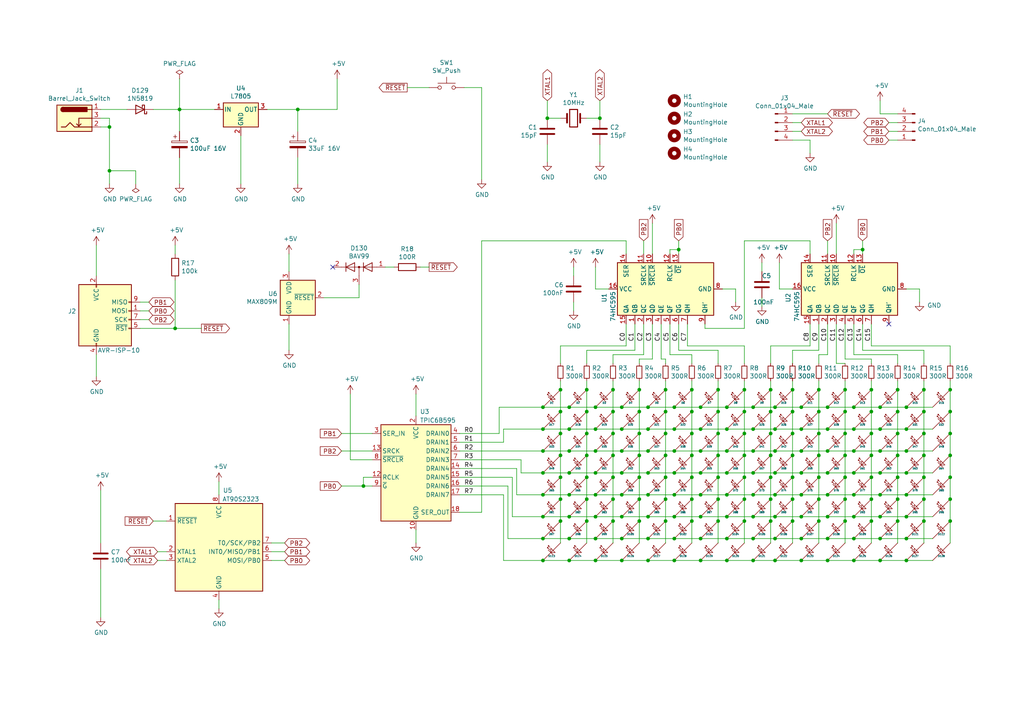
<source format=kicad_sch>
(kicad_sch (version 20211123) (generator eeschema)
  (paper "A4")
  (title_block (title "AT90S2323/AT90S2343 demo board") (date "2021-04-11") (rev "V1.0") (company "https://github.com/atoomnetmarc/AVR-demo-board"))
  (lib_symbols
    (symbol "74xx:74HC595"
      (property "Reference" "U" (at -7.62 13.97 0))
      (property "Value" "74HC595" (at -7.62 -16.51 0))
      (symbol "74HC595_1_0"
        (pin tri_state line (at 10.16 7.62 180) (length 2.54) (name "QB") (number "1"))
        (pin input line (at -10.16 2.54 0) (length 2.54) (name "~{SRCLR}") (number "10"))
        (pin input line (at -10.16 5.08 0) (length 2.54) (name "SRCLK") (number "11"))
        (pin input line (at -10.16 -2.54 0) (length 2.54) (name "RCLK") (number "12"))
        (pin input line (at -10.16 -5.08 0) (length 2.54) (name "~{OE}") (number "13"))
        (pin input line (at -10.16 10.16 0) (length 2.54) (name "SER") (number "14"))
        (pin tri_state line (at 10.16 10.16 180) (length 2.54) (name "QA") (number "15"))
        (pin power_in line (at 0 15.24 270) (length 2.54) (name "VCC") (number "16"))
        (pin tri_state line (at 10.16 5.08 180) (length 2.54) (name "QC") (number "2"))
        (pin tri_state line (at 10.16 2.54 180) (length 2.54) (name "QD") (number "3"))
        (pin tri_state line (at 10.16 0 180) (length 2.54) (name "QE") (number "4"))
        (pin tri_state line (at 10.16 -2.54 180) (length 2.54) (name "QF") (number "5"))
        (pin tri_state line (at 10.16 -5.08 180) (length 2.54) (name "QG") (number "6"))
        (pin tri_state line (at 10.16 -7.62 180) (length 2.54) (name "QH") (number "7"))
        (pin power_in line (at 0 -17.78 90) (length 2.54) (name "GND") (number "8"))
        (pin output line (at 10.16 -12.7 180) (length 2.54) (name "QH'") (number "9"))
      )
    )
    (symbol "Connector:AVR-ISP-10" (pin_names (offset 1.016))
      (property "Reference" "J" (at -6.35 11.43 0))
      (property "Value" "AVR-ISP-10" (at 0 11.43 0))
      (symbol "AVR-ISP-10_1_1"
        (pin passive line (at 10.16 2.54 180) (length 2.54) (name "MOSI") (number "1"))
        (pin passive line (at -2.54 -10.16 90) (length 2.54) hide (name "GND") (number "10"))
        (pin passive line (at -2.54 12.7 270) (length 2.54) (name "VCC") (number "2"))
        (pin no_connect line (at 7.62 -5.08 180) (length 2.54) hide (name "NC") (number "3"))
        (pin passive line (at -2.54 -10.16 90) (length 2.54) (name "GND") (number "4"))
        (pin passive line (at 10.16 -2.54 180) (length 2.54) (name "~{RST}") (number "5"))
        (pin passive line (at -2.54 -10.16 90) (length 2.54) hide (name "GND") (number "6"))
        (pin passive line (at 10.16 0 180) (length 2.54) (name "SCK") (number "7"))
        (pin passive line (at -2.54 -10.16 90) (length 2.54) hide (name "GND") (number "8"))
        (pin passive line (at 10.16 5.08 180) (length 2.54) (name "MISO") (number "9"))
      )
    )
    (symbol "Connector:Barrel_Jack_Switch" (pin_names hide)
      (property "Reference" "J" (at 0 5.334 0))
      (property "Value" "Barrel_Jack_Switch" (at 0 -5.08 0))
      (symbol "Barrel_Jack_Switch_1_1"
        (pin passive line (at 7.62 2.54 180) (length 2.54) (name "~") (number "1"))
        (pin passive line (at 7.62 -2.54 180) (length 2.54) (name "~") (number "2"))
        (pin passive line (at 7.62 0 180) (length 2.54) (name "~") (number "3"))
      )
    )
    (symbol "Connector:Conn_01x04_Male" (pin_names (offset 1.016) hide)
      (property "Reference" "J" (at 0 5.08 0))
      (property "Value" "Conn_01x04_Male" (at 0 -7.62 0))
      (symbol "Conn_01x04_Male_1_1"
        (pin passive line (at 5.08 2.54 180) (length 3.81) (name "Pin_1") (number "1"))
        (pin passive line (at 5.08 0 180) (length 3.81) (name "Pin_2") (number "2"))
        (pin passive line (at 5.08 -2.54 180) (length 3.81) (name "Pin_3") (number "3"))
        (pin passive line (at 5.08 -5.08 180) (length 3.81) (name "Pin_4") (number "4"))
      )
    )
    (symbol "Device-extra:LED_Small-45" (pin_numbers hide) (pin_names (offset 0.254) hide)
      (property "Reference" "D" (at 5.969 -0.762 0))
      (property "Value" "LED_Small-45" (at -6.731 -3.175 0))
      (symbol "LED_Small-45_1_1"
        (pin passive line (at -2.54 -2.54 180) (length 0) (name "K") (number "1"))
        (pin passive line (at 2.54 2.54 180) (length 0) (name "A") (number "2"))
      )
    )
    (symbol "Device:C" (pin_numbers hide) (pin_names (offset 0.254))
      (property "Reference" "C" (at 0.635 2.54 0))
      (property "Value" "C" (at 0.635 -2.54 0))
      (symbol "C_1_1"
        (pin passive line (at 0 3.81 270) (length 2.794) (name "~") (number "1"))
        (pin passive line (at 0 -3.81 90) (length 2.794) (name "~") (number "2"))
      )
    )
    (symbol "Device:C_Polarized" (pin_numbers hide) (pin_names (offset 0.254))
      (property "Reference" "C" (at 0.635 2.54 0))
      (property "Value" "C_Polarized" (at 0.635 -2.54 0))
      (symbol "C_Polarized_1_1"
        (pin passive line (at 0 3.81 270) (length 2.794) (name "~") (number "1"))
        (pin passive line (at 0 -3.81 90) (length 2.794) (name "~") (number "2"))
      )
    )
    (symbol "Device:Crystal" (pin_numbers hide) (pin_names (offset 1.016) hide)
      (property "Reference" "Y" (at 0 3.81 0))
      (property "Value" "Crystal" (at 0 -3.81 0))
      (symbol "Crystal_1_1"
        (pin passive line (at -3.81 0 0) (length 1.27) (name "1") (number "1"))
        (pin passive line (at 3.81 0 180) (length 1.27) (name "2") (number "2"))
      )
    )
    (symbol "Device:D_Schottky" (pin_numbers hide) (pin_names (offset 1.016) hide)
      (property "Reference" "D" (at 0 2.54 0))
      (property "Value" "D_Schottky" (at 0 -2.54 0))
      (symbol "D_Schottky_1_1"
        (pin passive line (at -3.81 0 0) (length 2.54) (name "K") (number "1"))
        (pin passive line (at 3.81 0 180) (length 2.54) (name "A") (number "2"))
      )
    )
    (symbol "Device:R" (pin_numbers hide) (pin_names (offset 0))
      (property "Reference" "R" (at 2.032 0 90))
      (property "Value" "R" (at 0 0 90))
      (symbol "R_1_1"
        (pin passive line (at 0 3.81 270) (length 1.27) (name "~") (number "1"))
        (pin passive line (at 0 -3.81 90) (length 1.27) (name "~") (number "2"))
      )
    )
    (symbol "Device:R_Small" (pin_numbers hide) (pin_names (offset 0.254) hide)
      (property "Reference" "R" (at 0.762 0.508 0))
      (property "Value" "R_Small" (at 0.762 -1.016 0))
      (symbol "R_Small_1_1"
        (pin passive line (at 0 2.54 270) (length 0.762) (name "~") (number "1"))
        (pin passive line (at 0 -2.54 90) (length 0.762) (name "~") (number "2"))
      )
    )
    (symbol "Diode:BAV99" (pin_names hide)
      (property "Reference" "D" (at 0 5.08 0))
      (property "Value" "BAV99" (at 0 2.54 0))
      (symbol "BAV99_1_1"
        (pin passive line (at -7.62 0 0) (length 2.54) (name "K") (number "1"))
        (pin passive line (at 7.62 0 180) (length 2.54) (name "A") (number "2"))
        (pin passive line (at 0 -5.08 90) (length 2.54) (name "K") (number "3"))
      )
    )
    (symbol "Interface_Expansion-extra:TPIC6B595" (pin_names (offset 0.381))
      (property "Reference" "U" (at -8.89 13.97 0))
      (property "Value" "TPIC6B595" (at 6.35 13.97 0))
      (symbol "TPIC6B595_1_1"
        (pin passive line (at 0 -17.78 90) (length 2.54) hide (name "NC") (number "1"))
        (pin power_in line (at 0 -17.78 90) (length 2.54) (name "GND") (number "10"))
        (pin passive line (at 0 -17.78 90) (length 2.54) hide (name "GND") (number "11"))
        (pin input line (at -12.7 -2.54 0) (length 2.54) (name "RCLK") (number "12"))
        (pin input line (at -12.7 5.08 0) (length 2.54) (name "SRCK") (number "13"))
        (pin open_collector line (at 12.7 0 180) (length 2.54) (name "DRAIN4") (number "14"))
        (pin open_collector line (at 12.7 -2.54 180) (length 2.54) (name "DRAIN5") (number "15"))
        (pin open_collector line (at 12.7 -5.08 180) (length 2.54) (name "DRAIN6") (number "16"))
        (pin open_collector line (at 12.7 -7.62 180) (length 2.54) (name "DRAIN7") (number "17"))
        (pin output line (at 12.7 -12.7 180) (length 2.54) (name "SER_OUT") (number "18"))
        (pin passive line (at 0 -17.78 90) (length 2.54) hide (name "GND") (number "19"))
        (pin power_in line (at 0 15.24 270) (length 2.54) (name "VCC") (number "2"))
        (pin passive line (at 0 -17.78 90) (length 2.54) hide (name "NC") (number "20"))
        (pin input line (at -12.7 10.16 0) (length 2.54) (name "SER_IN") (number "3"))
        (pin open_collector line (at 12.7 10.16 180) (length 2.54) (name "DRAIN0") (number "4"))
        (pin open_collector line (at 12.7 7.62 180) (length 2.54) (name "DRAIN1") (number "5"))
        (pin open_collector line (at 12.7 5.08 180) (length 2.54) (name "DRAIN2") (number "6"))
        (pin open_collector line (at 12.7 2.54 180) (length 2.54) (name "DRAIN3") (number "7"))
        (pin input line (at -12.7 2.54 0) (length 2.54) (name "~{SRCLR}") (number "8"))
        (pin input line (at -12.7 -5.08 0) (length 2.54) (name "~{G}") (number "9"))
      )
    )
    (symbol "MCU_Microchip_AVR-extra:AT90S2323"
      (property "Reference" "U" (at -12.7 13.97 0))
      (property "Value" "AT90S2323" (at 2.54 -13.97 0))
      (symbol "AT90S2323_1_1"
        (pin bidirectional line (at -15.24 7.62 0) (length 2.54) (name "~{RESET}") (number "1"))
        (pin bidirectional line (at -15.24 -1.27 0) (length 2.54) (name "XTAL1") (number "2"))
        (pin bidirectional line (at -15.24 -3.81 0) (length 2.54) (name "XTAL2") (number "3"))
        (pin power_in line (at 0 -15.24 90) (length 2.54) (name "GND") (number "4"))
        (pin bidirectional line (at 15.24 -3.81 180) (length 2.54) (name "MOSI/PB0") (number "5"))
        (pin bidirectional line (at 15.24 -1.27 180) (length 2.54) (name "INT0/MISO/PB1") (number "6"))
        (pin bidirectional line (at 15.24 1.27 180) (length 2.54) (name "T0/SCK/PB2") (number "7"))
        (pin power_in line (at 0 15.24 270) (length 2.54) (name "VCC") (number "8"))
      )
    )
    (symbol "Mechanical:MountingHole" (pin_names (offset 1.016))
      (property "Reference" "H" (at 0 5.08 0))
      (property "Value" "MountingHole" (at 0 3.175 0))
    )
    (symbol "Power_Supervisor:TPS3839DBZ" (pin_names (offset 0.254))
      (property "Reference" "U" (at 2.54 8.89 0))
      (property "Value" "TPS3839DBZ" (at 2.54 6.35 0))
      (symbol "TPS3839DBZ_1_1"
        (pin power_in line (at 0 -7.62 90) (length 2.54) (name "GND") (number "1"))
        (pin output line (at 10.16 0 180) (length 2.54) (name "~{RESET}") (number "2"))
        (pin power_in line (at 0 7.62 270) (length 2.54) (name "VDD") (number "3"))
      )
    )
    (symbol "Regulator_Linear:L7805" (pin_names (offset 0.254))
      (property "Reference" "U" (at -3.81 3.175 0))
      (property "Value" "L7805" (at 0 3.175 0))
      (symbol "L7805_1_1"
        (pin power_in line (at -7.62 0 0) (length 2.54) (name "IN") (number "1"))
        (pin power_in line (at 0 -7.62 90) (length 2.54) (name "GND") (number "2"))
        (pin power_out line (at 7.62 0 180) (length 2.54) (name "OUT") (number "3"))
      )
    )
    (symbol "Switch:SW_Push" (pin_numbers hide) (pin_names (offset 1.016) hide)
      (property "Reference" "SW" (at 1.27 2.54 0))
      (property "Value" "SW_Push" (at 0 -1.524 0))
      (symbol "SW_Push_0_1"
        (pin passive line (at -5.08 0 0) (length 2.54) (name "1") (number "1"))
        (pin passive line (at 5.08 0 180) (length 2.54) (name "2") (number "2"))
      )
    )
    (symbol "power:+5V" (power) (pin_names (offset 0))
      (property "Value" "+5V" (at 0 3.556 0))
      (symbol "+5V_1_1"
        (pin power_in line (at 0 0 90) (length 0) hide (name "+5V") (number "1"))
      )
    )
    (symbol "power:GND" (power) (pin_names (offset 0))
      (property "Value" "GND" (at 0 -3.81 0))
      (symbol "GND_1_1"
        (pin power_in line (at 0 0 270) (length 0) hide (name "GND") (number "1"))
      )
    )
    (symbol "power:PWR_FLAG" (power) (pin_numbers hide) (pin_names (offset 0) hide)
      (property "Value" "PWR_FLAG" (at 0 3.81 0))
      (symbol "PWR_FLAG_0_0"
        (pin power_out line (at 0 0 90) (length 0) (name "pwr") (number "1"))
      )
    )
  )
  (junction (at 203.2 162.56))
  (junction (at 187.96 130.81))
  (junction (at 267.97 119.38))
  (junction (at 157.48 130.81))
  (junction (at 185.42 113.03))
  (junction (at 218.44 137.16))
  (junction (at 224.79 149.86))
  (junction (at 260.35 119.38))
  (junction (at 260.35 138.43))
  (junction (at 165.1 137.16))
  (junction (at 275.59 144.78))
  (junction (at 193.04 113.03))
  (junction (at 50.8 95.25))
  (junction (at 208.28 138.43))
  (junction (at 252.73 138.43))
  (junction (at 203.2 149.86))
  (junction (at 177.8 119.38))
  (junction (at 229.87 119.38))
  (junction (at 193.04 151.13))
  (junction (at 245.11 119.38))
  (junction (at 247.65 143.51))
  (junction (at 223.52 138.43))
  (junction (at 245.11 138.43))
  (junction (at 247.65 130.81))
  (junction (at 245.11 151.13))
  (junction (at 157.48 124.46))
  (junction (at 224.79 143.51))
  (junction (at 252.73 151.13))
  (junction (at 267.97 132.08))
  (junction (at 262.89 130.81))
  (junction (at 172.72 137.16))
  (junction (at 237.49 132.08))
  (junction (at 210.82 143.51))
  (junction (at 223.52 132.08))
  (junction (at 215.9 113.03))
  (junction (at 185.42 151.13))
  (junction (at 177.8 132.08))
  (junction (at 232.41 124.46))
  (junction (at 185.42 119.38))
  (junction (at 208.28 119.38))
  (junction (at 172.72 162.56))
  (junction (at 240.03 130.81))
  (junction (at 247.65 162.56))
  (junction (at 255.27 130.81))
  (junction (at 195.58 137.16))
  (junction (at 195.58 130.81))
  (junction (at 275.59 151.13))
  (junction (at 200.66 125.73))
  (junction (at 218.44 162.56))
  (junction (at 252.73 119.38))
  (junction (at 210.82 137.16))
  (junction (at 193.04 125.73))
  (junction (at 180.34 156.21))
  (junction (at 162.56 125.73))
  (junction (at 177.8 113.03))
  (junction (at 200.66 144.78))
  (junction (at 157.48 156.21))
  (junction (at 232.41 149.86))
  (junction (at 260.35 144.78))
  (junction (at 180.34 162.56))
  (junction (at 170.18 119.38))
  (junction (at 195.58 143.51))
  (junction (at 218.44 149.86))
  (junction (at 208.28 132.08))
  (junction (at 185.42 138.43))
  (junction (at 185.42 125.73))
  (junction (at 262.89 143.51))
  (junction (at 195.58 124.46))
  (junction (at 162.56 151.13))
  (junction (at 162.56 144.78))
  (junction (at 203.2 143.51))
  (junction (at 172.72 143.51))
  (junction (at 237.49 151.13))
  (junction (at 157.48 137.16))
  (junction (at 224.79 130.81))
  (junction (at 232.41 156.21))
  (junction (at 267.97 144.78))
  (junction (at 165.1 130.81))
  (junction (at 203.2 118.11))
  (junction (at 165.1 124.46))
  (junction (at 200.66 138.43))
  (junction (at 255.27 118.11))
  (junction (at 157.48 118.11))
  (junction (at 177.8 125.73))
  (junction (at 240.03 118.11))
  (junction (at 195.58 118.11))
  (junction (at 255.27 156.21))
  (junction (at 218.44 130.81))
  (junction (at 262.89 149.86))
  (junction (at 180.34 143.51))
  (junction (at 262.89 124.46))
  (junction (at 195.58 156.21))
  (junction (at 229.87 125.73))
  (junction (at 187.96 149.86))
  (junction (at 275.59 119.38))
  (junction (at 200.66 119.38))
  (junction (at 180.34 118.11))
  (junction (at 252.73 125.73))
  (junction (at 170.18 144.78))
  (junction (at 267.97 113.03))
  (junction (at 260.35 113.03))
  (junction (at 224.79 156.21))
  (junction (at 229.87 144.78))
  (junction (at 200.66 151.13))
  (junction (at 185.42 144.78))
  (junction (at 247.65 156.21))
  (junction (at 208.28 125.73))
  (junction (at 210.82 118.11))
  (junction (at 240.03 137.16))
  (junction (at 252.73 144.78))
  (junction (at 170.18 151.13))
  (junction (at 180.34 124.46))
  (junction (at 262.89 118.11))
  (junction (at 252.73 113.03))
  (junction (at 170.18 138.43))
  (junction (at 52.07 31.75))
  (junction (at 224.79 118.11))
  (junction (at 237.49 138.43))
  (junction (at 187.96 143.51))
  (junction (at 262.89 162.56))
  (junction (at 218.44 118.11))
  (junction (at 195.58 162.56))
  (junction (at 218.44 156.21))
  (junction (at 172.72 124.46))
  (junction (at 203.2 130.81))
  (junction (at 162.56 119.38))
  (junction (at 267.97 125.73))
  (junction (at 223.52 125.73))
  (junction (at 232.41 118.11))
  (junction (at 223.52 151.13))
  (junction (at 232.41 137.16))
  (junction (at 208.28 113.03))
  (junction (at 247.65 149.86))
  (junction (at 158.75 34.29))
  (junction (at 172.72 118.11))
  (junction (at 237.49 119.38))
  (junction (at 229.87 132.08))
  (junction (at 195.58 149.86))
  (junction (at 267.97 151.13))
  (junction (at 170.18 125.73))
  (junction (at 237.49 144.78))
  (junction (at 218.44 143.51))
  (junction (at 165.1 162.56))
  (junction (at 200.66 132.08))
  (junction (at 208.28 144.78))
  (junction (at 162.56 113.03))
  (junction (at 31.75 49.53))
  (junction (at 232.41 143.51))
  (junction (at 232.41 162.56))
  (junction (at 157.48 143.51))
  (junction (at 229.87 113.03))
  (junction (at 215.9 125.73))
  (junction (at 260.35 132.08))
  (junction (at 245.11 132.08))
  (junction (at 255.27 137.16))
  (junction (at 232.41 130.81))
  (junction (at 210.82 149.86))
  (junction (at 157.48 149.86))
  (junction (at 255.27 124.46))
  (junction (at 247.65 137.16))
  (junction (at 262.89 137.16))
  (junction (at 215.9 138.43))
  (junction (at 229.87 151.13))
  (junction (at 215.9 132.08))
  (junction (at 260.35 125.73))
  (junction (at 180.34 149.86))
  (junction (at 229.87 138.43))
  (junction (at 255.27 149.86))
  (junction (at 218.44 124.46))
  (junction (at 240.03 156.21))
  (junction (at 172.72 130.81))
  (junction (at 187.96 124.46))
  (junction (at 187.96 156.21))
  (junction (at 252.73 132.08))
  (junction (at 215.9 151.13))
  (junction (at 177.8 151.13))
  (junction (at 187.96 137.16))
  (junction (at 260.35 151.13))
  (junction (at 215.9 119.38))
  (junction (at 165.1 118.11))
  (junction (at 31.75 36.83))
  (junction (at 165.1 156.21))
  (junction (at 172.72 149.86))
  (junction (at 187.96 162.56))
  (junction (at 275.59 113.03))
  (junction (at 193.04 138.43))
  (junction (at 247.65 118.11))
  (junction (at 210.82 130.81))
  (junction (at 162.56 138.43))
  (junction (at 250.19 72.39))
  (junction (at 170.18 113.03))
  (junction (at 165.1 149.86))
  (junction (at 237.49 113.03))
  (junction (at 177.8 144.78))
  (junction (at 275.59 125.73))
  (junction (at 86.36 31.75))
  (junction (at 223.52 119.38))
  (junction (at 210.82 124.46))
  (junction (at 223.52 113.03))
  (junction (at 245.11 125.73))
  (junction (at 240.03 143.51))
  (junction (at 105.41 140.97))
  (junction (at 203.2 124.46))
  (junction (at 177.8 138.43))
  (junction (at 162.56 132.08))
  (junction (at 255.27 143.51))
  (junction (at 193.04 144.78))
  (junction (at 224.79 162.56))
  (junction (at 224.79 137.16))
  (junction (at 255.27 162.56))
  (junction (at 240.03 124.46))
  (junction (at 245.11 144.78))
  (junction (at 180.34 130.81))
  (junction (at 210.82 162.56))
  (junction (at 185.42 132.08))
  (junction (at 262.89 156.21))
  (junction (at 203.2 156.21))
  (junction (at 237.49 125.73))
  (junction (at 196.85 72.39))
  (junction (at 275.59 138.43))
  (junction (at 275.59 132.08))
  (junction (at 215.9 144.78))
  (junction (at 173.99 34.29))
  (junction (at 187.96 118.11))
  (junction (at 157.48 162.56))
  (junction (at 203.2 137.16))
  (junction (at 208.28 151.13))
  (junction (at 240.03 149.86))
  (junction (at 223.52 144.78))
  (junction (at 193.04 119.38))
  (junction (at 180.34 137.16))
  (junction (at 200.66 113.03))
  (junction (at 170.18 132.08))
  (junction (at 245.11 113.03))
  (junction (at 165.1 143.51))
  (junction (at 193.04 132.08))
  (junction (at 210.82 156.21))
  (junction (at 224.79 124.46))
  (junction (at 172.72 156.21))
  (junction (at 267.97 138.43))
  (junction (at 247.65 124.46))
  (junction (at 240.03 162.56))
  (no_connect (at 96.52 77.47))
  (no_connect (at 257.81 93.98))
  (wire (pts (xy 224.79 162.56) (xy 232.41 162.56)))
  (wire (pts (xy 158.75 29.21) (xy 158.75 34.29)))
  (wire (pts (xy 170.18 151.13) (xy 170.18 157.48)))
  (wire (pts (xy 220.98 76.2) (xy 220.98 78.74)))
  (wire (pts (xy 180.34 130.81) (xy 187.96 130.81)))
  (wire (pts (xy 245.11 104.14) (xy 252.73 104.14)))
  (wire (pts (xy 250.19 101.6) (xy 267.97 101.6)))
  (wire (pts (xy 133.35 125.73) (xy 144.78 125.73)))
  (wire (pts (xy 101.6 133.35) (xy 101.6 114.3)))
  (wire (pts (xy 83.82 93.98) (xy 83.82 101.6)))
  (wire (pts (xy 245.11 132.08) (xy 245.11 138.43)))
  (wire (pts (xy 195.58 137.16) (xy 203.2 137.16)))
  (wire (pts (xy 39.37 53.34) (xy 39.37 49.53)))
  (wire (pts (xy 52.07 45.72) (xy 52.07 53.34)))
  (wire (pts (xy 262.89 130.81) (xy 270.51 130.81)))
  (wire (pts (xy 50.8 95.25) (xy 58.42 95.25)))
  (wire (pts (xy 240.03 69.85) (xy 240.03 73.66)))
  (wire (pts (xy 194.31 93.98) (xy 194.31 102.87)))
  (wire (pts (xy 177.8 125.73) (xy 177.8 119.38)))
  (wire (pts (xy 213.36 83.82) (xy 209.55 83.82)))
  (wire (pts (xy 133.35 143.51) (xy 146.05 143.51)))
  (wire (pts (xy 180.34 137.16) (xy 187.96 137.16)))
  (wire (pts (xy 139.7 69.85) (xy 181.61 69.85)))
  (wire (pts (xy 252.73 104.14) (xy 252.73 105.41)))
  (wire (pts (xy 181.61 93.98) (xy 181.61 100.33)))
  (wire (pts (xy 189.23 64.77) (xy 189.23 73.66)))
  (wire (pts (xy 262.89 118.11) (xy 270.51 118.11)))
  (wire (pts (xy 195.58 118.11) (xy 203.2 118.11)))
  (wire (pts (xy 223.52 144.78) (xy 223.52 151.13)))
  (wire (pts (xy 250.19 72.39) (xy 247.65 72.39)))
  (wire (pts (xy 44.45 31.75) (xy 52.07 31.75)))
  (wire (pts (xy 240.03 130.81) (xy 247.65 130.81)))
  (wire (pts (xy 193.04 113.03) (xy 193.04 110.49)))
  (wire (pts (xy 184.15 101.6) (xy 170.18 101.6)))
  (wire (pts (xy 223.52 125.73) (xy 223.52 119.38)))
  (wire (pts (xy 226.06 76.2) (xy 226.06 83.82)))
  (wire (pts (xy 114.3 77.47) (xy 111.76 77.47)))
  (wire (pts (xy 200.66 102.87) (xy 200.66 105.41)))
  (wire (pts (xy 193.04 144.78) (xy 193.04 151.13)))
  (wire (pts (xy 208.28 113.03) (xy 208.28 119.38)))
  (wire (pts (xy 133.35 140.97) (xy 147.32 140.97)))
  (wire (pts (xy 237.49 125.73) (xy 237.49 132.08)))
  (wire (pts (xy 215.9 125.73) (xy 215.9 132.08)))
  (wire (pts (xy 224.79 118.11) (xy 232.41 118.11)))
  (wire (pts (xy 200.66 125.73) (xy 200.66 119.38)))
  (wire (pts (xy 260.35 132.08) (xy 260.35 138.43)))
  (wire (pts (xy 224.79 137.16) (xy 232.41 137.16)))
  (wire (pts (xy 162.56 113.03) (xy 162.56 119.38)))
  (wire (pts (xy 229.87 38.1) (xy 232.41 38.1)))
  (wire (pts (xy 187.96 118.11) (xy 195.58 118.11)))
  (wire (pts (xy 40.64 87.63) (xy 43.18 87.63)))
  (wire (pts (xy 275.59 144.78) (xy 275.59 138.43)))
  (wire (pts (xy 170.18 144.78) (xy 170.18 138.43)))
  (wire (pts (xy 213.36 87.63) (xy 213.36 83.82)))
  (wire (pts (xy 200.66 125.73) (xy 200.66 132.08)))
  (wire (pts (xy 250.19 72.39) (xy 250.19 69.85)))
  (wire (pts (xy 229.87 125.73) (xy 229.87 132.08)))
  (wire (pts (xy 267.97 101.6) (xy 267.97 105.41)))
  (wire (pts (xy 255.27 162.56) (xy 262.89 162.56)))
  (wire (pts (xy 203.2 137.16) (xy 210.82 137.16)))
  (wire (pts (xy 237.49 113.03) (xy 237.49 119.38)))
  (wire (pts (xy 185.42 144.78) (xy 185.42 151.13)))
  (wire (pts (xy 232.41 137.16) (xy 240.03 137.16)))
  (wire (pts (xy 200.66 113.03) (xy 200.66 110.49)))
  (wire (pts (xy 247.65 149.86) (xy 255.27 149.86)))
  (wire (pts (xy 172.72 149.86) (xy 180.34 149.86)))
  (wire (pts (xy 52.07 31.75) (xy 52.07 38.1)))
  (wire (pts (xy 229.87 113.03) (xy 229.87 110.49)))
  (wire (pts (xy 229.87 125.73) (xy 229.87 119.38)))
  (wire (pts (xy 120.65 157.48) (xy 120.65 153.67)))
  (wire (pts (xy 262.89 137.16) (xy 270.51 137.16)))
  (wire (pts (xy 162.56 125.73) (xy 162.56 119.38)))
  (wire (pts (xy 234.95 69.85) (xy 234.95 73.66)))
  (wire (pts (xy 29.21 165.1) (xy 29.21 179.07)))
  (wire (pts (xy 151.13 137.16) (xy 157.48 137.16)))
  (wire (pts (xy 208.28 144.78) (xy 208.28 151.13)))
  (wire (pts (xy 170.18 132.08) (xy 170.18 138.43)))
  (wire (pts (xy 173.99 29.21) (xy 173.99 34.29)))
  (wire (pts (xy 187.96 137.16) (xy 195.58 137.16)))
  (wire (pts (xy 247.65 93.98) (xy 247.65 102.87)))
  (wire (pts (xy 229.87 113.03) (xy 229.87 119.38)))
  (wire (pts (xy 199.39 100.33) (xy 215.9 100.33)))
  (wire (pts (xy 245.11 113.03) (xy 245.11 119.38)))
  (wire (pts (xy 247.65 124.46) (xy 240.03 124.46)))
  (wire (pts (xy 193.04 125.73) (xy 193.04 119.38)))
  (wire (pts (xy 196.85 73.66) (xy 196.85 72.39)))
  (wire (pts (xy 104.14 86.36) (xy 104.14 82.55)))
  (wire (pts (xy 193.04 132.08) (xy 193.04 138.43)))
  (wire (pts (xy 162.56 151.13) (xy 162.56 157.48)))
  (wire (pts (xy 189.23 104.14) (xy 185.42 104.14)))
  (wire (pts (xy 97.79 31.75) (xy 97.79 22.86)))
  (wire (pts (xy 255.27 33.02) (xy 255.27 29.21)))
  (wire (pts (xy 232.41 130.81) (xy 240.03 130.81)))
  (wire (pts (xy 257.81 35.56) (xy 260.35 35.56)))
  (wire (pts (xy 270.51 124.46) (xy 262.89 124.46)))
  (wire (pts (xy 234.95 93.98) (xy 234.95 100.33)))
  (wire (pts (xy 267.97 113.03) (xy 267.97 119.38)))
  (wire (pts (xy 29.21 36.83) (xy 31.75 36.83)))
  (wire (pts (xy 232.41 162.56) (xy 240.03 162.56)))
  (wire (pts (xy 255.27 130.81) (xy 262.89 130.81)))
  (wire (pts (xy 247.65 102.87) (xy 260.35 102.87)))
  (wire (pts (xy 172.72 143.51) (xy 180.34 143.51)))
  (wire (pts (xy 224.79 143.51) (xy 232.41 143.51)))
  (wire (pts (xy 105.41 138.43) (xy 107.95 138.43)))
  (wire (pts (xy 255.27 149.86) (xy 262.89 149.86)))
  (wire (pts (xy 149.86 143.51) (xy 157.48 143.51)))
  (wire (pts (xy 200.66 144.78) (xy 200.66 151.13)))
  (wire (pts (xy 193.04 113.03) (xy 193.04 119.38)))
  (wire (pts (xy 203.2 124.46) (xy 195.58 124.46)))
  (wire (pts (xy 252.73 113.03) (xy 252.73 119.38)))
  (wire (pts (xy 170.18 125.73) (xy 170.18 132.08)))
  (wire (pts (xy 40.64 95.25) (xy 50.8 95.25)))
  (wire (pts (xy 107.95 133.35) (xy 101.6 133.35)))
  (wire (pts (xy 250.19 73.66) (xy 250.19 72.39)))
  (wire (pts (xy 226.06 83.82) (xy 229.87 83.82)))
  (wire (pts (xy 218.44 143.51) (xy 224.79 143.51)))
  (wire (pts (xy 240.03 149.86) (xy 247.65 149.86)))
  (wire (pts (xy 105.41 140.97) (xy 105.41 138.43)))
  (wire (pts (xy 166.37 77.47) (xy 166.37 80.01)))
  (wire (pts (xy 250.19 93.98) (xy 250.19 101.6)))
  (wire (pts (xy 275.59 132.08) (xy 275.59 138.43)))
  (wire (pts (xy 147.32 156.21) (xy 157.48 156.21)))
  (wire (pts (xy 172.72 118.11) (xy 180.34 118.11)))
  (wire (pts (xy 224.79 149.86) (xy 232.41 149.86)))
  (wire (pts (xy 255.27 118.11) (xy 262.89 118.11)))
  (wire (pts (xy 185.42 144.78) (xy 185.42 138.43)))
  (wire (pts (xy 195.58 162.56) (xy 203.2 162.56)))
  (wire (pts (xy 134.62 25.4) (xy 139.7 25.4)))
  (wire (pts (xy 234.95 100.33) (xy 223.52 100.33)))
  (wire (pts (xy 180.34 124.46) (xy 172.72 124.46)))
  (wire (pts (xy 232.41 124.46) (xy 224.79 124.46)))
  (wire (pts (xy 229.87 151.13) (xy 229.87 157.48)))
  (wire (pts (xy 157.48 162.56) (xy 165.1 162.56)))
  (wire (pts (xy 232.41 156.21) (xy 240.03 156.21)))
  (wire (pts (xy 275.59 113.03) (xy 275.59 110.49)))
  (wire (pts (xy 63.5 176.53) (xy 63.5 173.99)))
  (wire (pts (xy 203.2 162.56) (xy 210.82 162.56)))
  (wire (pts (xy 229.87 33.02) (xy 240.03 33.02)))
  (wire (pts (xy 242.57 105.41) (xy 245.11 105.41)))
  (wire (pts (xy 237.49 151.13) (xy 237.49 157.48)))
  (wire (pts (xy 242.57 64.77) (xy 242.57 73.66)))
  (wire (pts (xy 165.1 156.21) (xy 172.72 156.21)))
  (wire (pts (xy 139.7 148.59) (xy 139.7 69.85)))
  (wire (pts (xy 267.97 125.73) (xy 267.97 119.38)))
  (wire (pts (xy 257.81 38.1) (xy 260.35 38.1)))
  (wire (pts (xy 210.82 137.16) (xy 218.44 137.16)))
  (wire (pts (xy 166.37 87.63) (xy 166.37 90.17)))
  (wire (pts (xy 215.9 113.03) (xy 215.9 110.49)))
  (wire (pts (xy 86.36 31.75) (xy 86.36 38.1)))
  (wire (pts (xy 240.03 143.51) (xy 247.65 143.51)))
  (wire (pts (xy 237.49 125.73) (xy 237.49 119.38)))
  (wire (pts (xy 172.72 137.16) (xy 180.34 137.16)))
  (wire (pts (xy 44.45 151.13) (xy 48.26 151.13)))
  (wire (pts (xy 157.48 137.16) (xy 165.1 137.16)))
  (wire (pts (xy 260.35 113.03) (xy 260.35 110.49)))
  (wire (pts (xy 165.1 137.16) (xy 172.72 137.16)))
  (wire (pts (xy 247.65 137.16) (xy 255.27 137.16)))
  (wire (pts (xy 146.05 162.56) (xy 157.48 162.56)))
  (wire (pts (xy 31.75 34.29) (xy 31.75 36.83)))
  (wire (pts (xy 275.59 151.13) (xy 275.59 157.48)))
  (wire (pts (xy 223.52 113.03) (xy 223.52 110.49)))
  (wire (pts (xy 252.73 144.78) (xy 252.73 151.13)))
  (wire (pts (xy 62.23 31.75) (xy 52.07 31.75)))
  (wire (pts (xy 162.56 100.33) (xy 162.56 105.41)))
  (wire (pts (xy 29.21 157.48) (xy 29.21 142.24)))
  (wire (pts (xy 162.56 144.78) (xy 162.56 138.43)))
  (wire (pts (xy 245.11 93.98) (xy 245.11 104.14)))
  (wire (pts (xy 200.66 144.78) (xy 200.66 138.43)))
  (wire (pts (xy 185.42 104.14) (xy 185.42 105.41)))
  (wire (pts (xy 208.28 151.13) (xy 208.28 157.48)))
  (wire (pts (xy 158.75 46.99) (xy 158.75 41.91)))
  (wire (pts (xy 157.48 143.51) (xy 165.1 143.51)))
  (wire (pts (xy 260.35 125.73) (xy 260.35 132.08)))
  (wire (pts (xy 63.5 143.51) (xy 63.5 139.7)))
  (wire (pts (xy 99.06 125.73) (xy 107.95 125.73)))
  (wire (pts (xy 177.8 151.13) (xy 177.8 157.48)))
  (wire (pts (xy 193.04 125.73) (xy 193.04 132.08)))
  (wire (pts (xy 229.87 132.08) (xy 229.87 138.43)))
  (wire (pts (xy 180.34 143.51) (xy 187.96 143.51)))
  (wire (pts (xy 232.41 143.51) (xy 240.03 143.51)))
  (wire (pts (xy 200.66 113.03) (xy 200.66 119.38)))
  (wire (pts (xy 262.89 162.56) (xy 270.51 162.56)))
  (wire (pts (xy 177.8 113.03) (xy 177.8 119.38)))
  (wire (pts (xy 27.94 109.22) (xy 27.94 102.87)))
  (wire (pts (xy 194.31 72.39) (xy 194.31 73.66)))
  (wire (pts (xy 191.77 104.14) (xy 193.04 104.14)))
  (wire (pts (xy 172.72 124.46) (xy 165.1 124.46)))
  (wire (pts (xy 162.56 113.03) (xy 162.56 110.49)))
  (wire (pts (xy 177.8 113.03) (xy 177.8 110.49)))
  (wire (pts (xy 133.35 133.35) (xy 151.13 133.35)))
  (wire (pts (xy 247.65 162.56) (xy 255.27 162.56)))
  (wire (pts (xy 247.65 156.21) (xy 255.27 156.21)))
  (wire (pts (xy 215.9 125.73) (xy 215.9 119.38)))
  (wire (pts (xy 187.96 156.21) (xy 195.58 156.21)))
  (wire (pts (xy 237.49 101.6) (xy 229.87 101.6)))
  (wire (pts (xy 252.73 151.13) (xy 252.73 157.48)))
  (wire (pts (xy 245.11 151.13) (xy 245.11 157.48)))
  (wire (pts (xy 262.89 156.21) (xy 270.51 156.21)))
  (wire (pts (xy 52.07 22.86) (xy 52.07 31.75)))
  (wire (pts (xy 170.18 34.29) (xy 173.99 34.29)))
  (wire (pts (xy 39.37 49.53) (xy 31.75 49.53)))
  (wire (pts (xy 245.11 113.03) (xy 245.11 110.49)))
  (wire (pts (xy 203.2 156.21) (xy 210.82 156.21)))
  (wire (pts (xy 180.34 118.11) (xy 187.96 118.11)))
  (wire (pts (xy 275.59 125.73) (xy 275.59 119.38)))
  (wire (pts (xy 218.44 137.16) (xy 224.79 137.16)))
  (wire (pts (xy 195.58 130.81) (xy 203.2 130.81)))
  (wire (pts (xy 252.73 132.08) (xy 252.73 138.43)))
  (wire (pts (xy 144.78 118.11) (xy 157.48 118.11)))
  (wire (pts (xy 210.82 130.81) (xy 218.44 130.81)))
  (wire (pts (xy 266.7 87.63) (xy 266.7 83.82)))
  (wire (pts (xy 247.65 130.81) (xy 255.27 130.81)))
  (wire (pts (xy 267.97 132.08) (xy 267.97 138.43)))
  (wire (pts (xy 237.49 113.03) (xy 237.49 110.49)))
  (wire (pts (xy 267.97 144.78) (xy 267.97 151.13)))
  (wire (pts (xy 195.58 156.21) (xy 203.2 156.21)))
  (wire (pts (xy 172.72 77.47) (xy 172.72 83.82)))
  (wire (pts (xy 203.2 149.86) (xy 210.82 149.86)))
  (wire (pts (xy 165.1 124.46) (xy 157.48 124.46)))
  (wire (pts (xy 208.28 101.6) (xy 208.28 105.41)))
  (wire (pts (xy 195.58 143.51) (xy 203.2 143.51)))
  (wire (pts (xy 173.99 41.91) (xy 173.99 46.99)))
  (wire (pts (xy 199.39 93.98) (xy 199.39 100.33)))
  (wire (pts (xy 187.96 124.46) (xy 180.34 124.46)))
  (wire (pts (xy 267.97 113.03) (xy 267.97 110.49)))
  (wire (pts (xy 165.1 130.81) (xy 172.72 130.81)))
  (wire (pts (xy 177.8 125.73) (xy 177.8 132.08)))
  (wire (pts (xy 180.34 162.56) (xy 187.96 162.56)))
  (wire (pts (xy 187.96 149.86) (xy 195.58 149.86)))
  (wire (pts (xy 218.44 118.11) (xy 224.79 118.11)))
  (wire (pts (xy 215.9 113.03) (xy 215.9 119.38)))
  (wire (pts (xy 208.28 125.73) (xy 208.28 119.38)))
  (wire (pts (xy 195.58 124.46) (xy 187.96 124.46)))
  (wire (pts (xy 147.32 140.97) (xy 147.32 156.21)))
  (wire (pts (xy 77.47 31.75) (xy 86.36 31.75)))
  (wire (pts (xy 185.42 132.08) (xy 185.42 138.43)))
  (wire (pts (xy 204.47 93.98) (xy 204.47 95.25)))
  (wire (pts (xy 86.36 31.75) (xy 97.79 31.75)))
  (wire (pts (xy 165.1 143.51) (xy 172.72 143.51)))
  (wire (pts (xy 215.9 69.85) (xy 234.95 69.85)))
  (wire (pts (xy 40.64 92.71) (xy 43.18 92.71)))
  (wire (pts (xy 105.41 140.97) (xy 107.95 140.97)))
  (wire (pts (xy 210.82 124.46) (xy 218.44 124.46)))
  (wire (pts (xy 186.69 93.98) (xy 186.69 102.87)))
  (wire (pts (xy 255.27 156.21) (xy 262.89 156.21)))
  (wire (pts (xy 247.65 72.39) (xy 247.65 73.66)))
  (wire (pts (xy 215.9 95.25) (xy 215.9 69.85)))
  (wire (pts (xy 78.74 160.02) (xy 82.55 160.02)))
  (wire (pts (xy 157.48 156.21) (xy 165.1 156.21)))
  (wire (pts (xy 165.1 149.86) (xy 172.72 149.86)))
  (wire (pts (xy 69.85 39.37) (xy 69.85 53.34)))
  (wire (pts (xy 195.58 149.86) (xy 203.2 149.86)))
  (wire (pts (xy 218.44 124.46) (xy 224.79 124.46)))
  (wire (pts (xy 185.42 125.73) (xy 185.42 119.38)))
  (wire (pts (xy 162.56 144.78) (xy 162.56 151.13)))
  (wire (pts (xy 210.82 118.11) (xy 218.44 118.11)))
  (wire (pts (xy 133.35 148.59) (xy 139.7 148.59)))
  (wire (pts (xy 165.1 162.56) (xy 172.72 162.56)))
  (wire (pts (xy 237.49 132.08) (xy 237.49 138.43)))
  (wire (pts (xy 252.73 113.03) (xy 252.73 110.49)))
  (wire (pts (xy 262.89 124.46) (xy 255.27 124.46)))
  (wire (pts (xy 240.03 93.98) (xy 240.03 102.87)))
  (wire (pts (xy 237.49 144.78) (xy 237.49 138.43)))
  (wire (pts (xy 193.04 104.14) (xy 193.04 105.41)))
  (wire (pts (xy 193.04 151.13) (xy 193.04 157.48)))
  (wire (pts (xy 196.85 72.39) (xy 196.85 69.85)))
  (wire (pts (xy 267.97 144.78) (xy 267.97 138.43)))
  (wire (pts (xy 162.56 125.73) (xy 162.56 132.08)))
  (wire (pts (xy 86.36 45.72) (xy 86.36 53.34)))
  (wire (pts (xy 210.82 124.46) (xy 203.2 124.46)))
  (wire (pts (xy 31.75 36.83) (xy 31.75 49.53)))
  (wire (pts (xy 120.65 114.3) (xy 120.65 120.65)))
  (wire (pts (xy 196.85 93.98) (xy 196.85 101.6)))
  (wire (pts (xy 78.74 157.48) (xy 82.55 157.48)))
  (wire (pts (xy 162.56 132.08) (xy 162.56 138.43)))
  (wire (pts (xy 240.03 137.16) (xy 247.65 137.16)))
  (wire (pts (xy 83.82 78.74) (xy 83.82 73.66)))
  (wire (pts (xy 177.8 144.78) (xy 177.8 151.13)))
  (wire (pts (xy 170.18 101.6) (xy 170.18 105.41)))
  (wire (pts (xy 245.11 144.78) (xy 245.11 138.43)))
  (wire (pts (xy 275.59 144.78) (xy 275.59 151.13)))
  (wire (pts (xy 260.35 151.13) (xy 260.35 157.48)))
  (wire (pts (xy 245.11 125.73) (xy 245.11 132.08)))
  (wire (pts (xy 121.92 77.47) (xy 124.46 77.47)))
  (wire (pts (xy 257.81 40.64) (xy 260.35 40.64)))
  (wire (pts (xy 262.89 149.86) (xy 270.51 149.86)))
  (wire (pts (xy 133.35 138.43) (xy 148.59 138.43)))
  (wire (pts (xy 252.73 93.98) (xy 252.73 100.33)))
  (wire (pts (xy 262.89 143.51) (xy 270.51 143.51)))
  (wire (pts (xy 193.04 144.78) (xy 193.04 138.43)))
  (wire (pts (xy 245.11 125.73) (xy 245.11 119.38)))
  (wire (pts (xy 187.96 143.51) (xy 195.58 143.51)))
  (wire (pts (xy 215.9 100.33) (xy 215.9 105.41)))
  (wire (pts (xy 185.42 113.03) (xy 185.42 119.38)))
  (wire (pts (xy 223.52 125.73) (xy 223.52 132.08)))
  (wire (pts (xy 224.79 130.81) (xy 232.41 130.81)))
  (wire (pts (xy 245.11 144.78) (xy 245.11 151.13)))
  (wire (pts (xy 260.35 102.87) (xy 260.35 105.41)))
  (wire (pts (xy 275.59 125.73) (xy 275.59 132.08)))
  (wire (pts (xy 267.97 125.73) (xy 267.97 132.08)))
  (wire (pts (xy 275.59 113.03) (xy 275.59 119.38)))
  (wire (pts (xy 208.28 125.73) (xy 208.28 132.08)))
  (wire (pts (xy 210.82 149.86) (xy 218.44 149.86)))
  (wire (pts (xy 215.9 151.13) (xy 215.9 157.48)))
  (wire (pts (xy 78.74 162.56) (xy 82.55 162.56)))
  (wire (pts (xy 133.35 128.27) (xy 146.05 128.27)))
  (wire (pts (xy 247.65 118.11) (xy 255.27 118.11)))
  (wire (pts (xy 232.41 149.86) (xy 240.03 149.86)))
  (wire (pts (xy 93.98 86.36) (xy 104.14 86.36)))
  (wire (pts (xy 223.52 132.08) (xy 223.52 138.43)))
  (wire (pts (xy 165.1 118.11) (xy 172.72 118.11)))
  (wire (pts (xy 196.85 101.6) (xy 208.28 101.6)))
  (wire (pts (xy 27.94 80.01) (xy 27.94 71.12)))
  (wire (pts (xy 133.35 130.81) (xy 157.48 130.81)))
  (wire (pts (xy 215.9 132.08) (xy 215.9 138.43)))
  (wire (pts (xy 237.49 102.87) (xy 237.49 105.41)))
  (wire (pts (xy 242.57 93.98) (xy 242.57 105.41)))
  (wire (pts (xy 50.8 81.28) (xy 50.8 95.25)))
  (wire (pts (xy 252.73 100.33) (xy 275.59 100.33)))
  (wire (pts (xy 185.42 113.03) (xy 185.42 110.49)))
  (wire (pts (xy 200.66 151.13) (xy 200.66 157.48)))
  (wire (pts (xy 148.59 149.86) (xy 157.48 149.86)))
  (wire (pts (xy 157.48 149.86) (xy 165.1 149.86)))
  (wire (pts (xy 170.18 113.03) (xy 170.18 119.38)))
  (wire (pts (xy 194.31 102.87) (xy 200.66 102.87)))
  (wire (pts (xy 200.66 132.08) (xy 200.66 138.43)))
  (wire (pts (xy 172.72 130.81) (xy 180.34 130.81)))
  (wire (pts (xy 240.03 102.87) (xy 237.49 102.87)))
  (wire (pts (xy 185.42 151.13) (xy 185.42 157.48)))
  (wire (pts (xy 229.87 144.78) (xy 229.87 138.43)))
  (wire (pts (xy 172.72 83.82) (xy 176.53 83.82)))
  (wire (pts (xy 99.06 140.97) (xy 105.41 140.97)))
  (wire (pts (xy 148.59 138.43) (xy 148.59 149.86)))
  (wire (pts (xy 255.27 33.02) (xy 260.35 33.02)))
  (wire (pts (xy 204.47 95.25) (xy 215.9 95.25)))
  (wire (pts (xy 29.21 34.29) (xy 31.75 34.29)))
  (wire (pts (xy 229.87 40.64) (xy 234.95 40.64)))
  (wire (pts (xy 247.65 143.51) (xy 255.27 143.51)))
  (wire (pts (xy 177.8 132.08) (xy 177.8 138.43)))
  (wire (pts (xy 40.64 90.17) (xy 43.18 90.17)))
  (wire (pts (xy 229.87 35.56) (xy 232.41 35.56)))
  (wire (pts (xy 180.34 156.21) (xy 187.96 156.21)))
  (wire (pts (xy 158.75 34.29) (xy 162.56 34.29)))
  (wire (pts (xy 260.35 113.03) (xy 260.35 119.38)))
  (wire (pts (xy 186.69 102.87) (xy 177.8 102.87)))
  (wire (pts (xy 218.44 156.21) (xy 224.79 156.21)))
  (wire (pts (xy 186.69 69.85) (xy 186.69 73.66)))
  (wire (pts (xy 260.35 144.78) (xy 260.35 138.43)))
  (wire (pts (xy 185.42 125.73) (xy 185.42 132.08)))
  (wire (pts (xy 229.87 101.6) (xy 229.87 105.41)))
  (wire (pts (xy 255.27 143.51) (xy 262.89 143.51)))
  (wire (pts (xy 240.03 124.46) (xy 232.41 124.46)))
  (wire (pts (xy 196.85 72.39) (xy 194.31 72.39)))
  (wire (pts (xy 149.86 135.89) (xy 149.86 143.51)))
  (wire (pts (xy 218.44 149.86) (xy 224.79 149.86)))
  (wire (pts (xy 177.8 102.87) (xy 177.8 105.41)))
  (wire (pts (xy 223.52 113.03) (xy 223.52 119.38)))
  (wire (pts (xy 172.72 156.21) (xy 180.34 156.21)))
  (wire (pts (xy 252.73 144.78) (xy 252.73 138.43)))
  (wire (pts (xy 237.49 144.78) (xy 237.49 151.13)))
  (wire (pts (xy 203.2 130.81) (xy 210.82 130.81)))
  (wire (pts (xy 146.05 143.51) (xy 146.05 162.56)))
  (wire (pts (xy 255.27 124.46) (xy 247.65 124.46)))
  (wire (pts (xy 224.79 156.21) (xy 232.41 156.21)))
  (wire (pts (xy 234.95 40.64) (xy 234.95 44.45)))
  (wire (pts (xy 203.2 118.11) (xy 210.82 118.11)))
  (wire (pts (xy 252.73 125.73) (xy 252.73 132.08)))
  (wire (pts (xy 208.28 132.08) (xy 208.28 138.43)))
  (wire (pts (xy 215.9 144.78) (xy 215.9 151.13)))
  (wire (pts (xy 191.77 93.98) (xy 191.77 104.14)))
  (wire (pts (xy 187.96 162.56) (xy 195.58 162.56)))
  (wire (pts (xy 181.61 100.33) (xy 162.56 100.33)))
  (wire (pts (xy 50.8 73.66) (xy 50.8 71.12)))
  (wire (pts (xy 210.82 156.21) (xy 218.44 156.21)))
  (wire (pts (xy 139.7 25.4) (xy 139.7 52.07)))
  (wire (pts (xy 208.28 113.03) (xy 208.28 110.49)))
  (wire (pts (xy 29.21 31.75) (xy 36.83 31.75)))
  (wire (pts (xy 260.35 144.78) (xy 260.35 151.13)))
  (wire (pts (xy 237.49 93.98) (xy 237.49 101.6)))
  (wire (pts (xy 203.2 143.51) (xy 210.82 143.51)))
  (wire (pts (xy 180.34 149.86) (xy 187.96 149.86)))
  (wire (pts (xy 99.06 130.81) (xy 107.95 130.81)))
  (wire (pts (xy 189.23 93.98) (xy 189.23 104.14)))
  (wire (pts (xy 215.9 144.78) (xy 215.9 138.43)))
  (wire (pts (xy 240.03 156.21) (xy 247.65 156.21)))
  (wire (pts (xy 187.96 130.81) (xy 195.58 130.81)))
  (wire (pts (xy 267.97 151.13) (xy 267.97 157.48)))
  (wire (pts (xy 260.35 125.73) (xy 260.35 119.38)))
  (wire (pts (xy 31.75 49.53) (xy 31.75 53.34)))
  (wire (pts (xy 133.35 135.89) (xy 149.86 135.89)))
  (wire (pts (xy 255.27 137.16) (xy 262.89 137.16)))
  (wire (pts (xy 218.44 130.81) (xy 224.79 130.81)))
  (wire (pts (xy 157.48 130.81) (xy 165.1 130.81)))
  (wire (pts (xy 170.18 144.78) (xy 170.18 151.13)))
  (wire (pts (xy 45.72 160.02) (xy 48.26 160.02)))
  (wire (pts (xy 220.98 86.36) (xy 220.98 88.9)))
  (wire (pts (xy 240.03 162.56) (xy 247.65 162.56)))
  (wire (pts (xy 181.61 69.85) (xy 181.61 73.66)))
  (wire (pts (xy 177.8 144.78) (xy 177.8 138.43)))
  (wire (pts (xy 157.48 118.11) (xy 165.1 118.11)))
  (wire (pts (xy 151.13 133.35) (xy 151.13 137.16)))
  (wire (pts (xy 210.82 162.56) (xy 218.44 162.56)))
  (wire (pts (xy 240.03 118.11) (xy 247.65 118.11)))
  (wire (pts (xy 48.26 162.56) (xy 45.72 162.56)))
  (wire (pts (xy 184.15 93.98) (xy 184.15 101.6)))
  (wire (pts (xy 223.52 151.13) (xy 223.52 157.48)))
  (wire (pts (xy 170.18 125.73) (xy 170.18 119.38)))
  (wire (pts (xy 223.52 100.33) (xy 223.52 105.41)))
  (wire (pts (xy 232.41 118.11) (xy 240.03 118.11)))
  (wire (pts (xy 144.78 125.73) (xy 144.78 118.11)))
  (wire (pts (xy 266.7 83.82) (xy 262.89 83.82)))
  (wire (pts (xy 118.11 25.4) (xy 124.46 25.4)))
  (wire (pts (xy 252.73 125.73) (xy 252.73 119.38)))
  (wire (pts (xy 172.72 162.56) (xy 180.34 162.56)))
  (wire (pts (xy 146.05 124.46) (xy 157.48 124.46)))
  (wire (pts (xy 146.05 128.27) (xy 146.05 124.46)))
  (wire (pts (xy 218.44 162.56) (xy 224.79 162.56)))
  (wire (pts (xy 229.87 144.78) (xy 229.87 151.13)))
  (wire (pts (xy 208.28 144.78) (xy 208.28 138.43)))
  (wire (pts (xy 170.18 113.03) (xy 170.18 110.49)))
  (wire (pts (xy 223.52 144.78) (xy 223.52 138.43)))
  (wire (pts (xy 210.82 143.51) (xy 218.44 143.51)))
  (wire (pts (xy 275.59 100.33) (xy 275.59 105.41)))
  (label "R7" (at 134.62 143.51 0))
  (label "R4" (at 134.62 135.89 0))
  (label "R1" (at 134.62 128.27 0))
  (label "R3" (at 134.62 133.35 0))
  (label "C5" (at 194.31 99.06 90))
  (label "C15" (at 252.73 99.06 90))
  (label "C14" (at 250.19 99.06 90))
  (label "C8" (at 234.95 99.06 90))
  (label "R6" (at 134.62 140.97 0))
  (label "C9" (at 237.49 99.06 90))
  (label "C3" (at 189.23 99.06 90))
  (label "C13" (at 247.65 99.06 90))
  (label "C10" (at 240.03 99.06 90))
  (label "C6" (at 196.85 99.06 90))
  (label "R5" (at 134.62 138.43 0))
  (label "C7" (at 199.39 99.06 90))
  (label "C2" (at 186.69 99.06 90))
  (label "C0" (at 181.61 99.06 90))
  (label "C4" (at 191.77 99.06 90))
  (label "R2" (at 134.62 130.81 0))
  (label "C1" (at 184.15 99.06 90))
  (label "C11" (at 242.57 99.06 90))
  (label "C12" (at 245.11 99.06 90))
  (label "R0" (at 134.62 125.73 0))
  (global_label "PB0" (shape bidirectional) (at 82.55 162.56 0) (property "Intersheet References" "${INTERSHEET_REFS}" (effects hide)))
  (global_label "PB0" (shape bidirectional) (at 257.81 40.64 180) (property "Intersheet References" "${INTERSHEET_REFS}" (effects hide)))
  (global_label "PB2" (shape input) (at 240.03 69.85 90) (property "Intersheet References" "${INTERSHEET_REFS}" (effects hide)))
  (global_label "PB0" (shape input) (at 250.19 69.85 90) (property "Intersheet References" "${INTERSHEET_REFS}" (effects hide)))
  (global_label "PB0" (shape input) (at 196.85 69.85 90) (property "Intersheet References" "${INTERSHEET_REFS}" (effects hide)))
  (global_label "PB1" (shape bidirectional) (at 257.81 38.1 180) (property "Intersheet References" "${INTERSHEET_REFS}" (effects hide)))
  (global_label "PB0" (shape bidirectional) (at 43.18 90.17 0) (property "Intersheet References" "${INTERSHEET_REFS}" (effects hide)))
  (global_label "PB1" (shape bidirectional) (at 82.55 160.02 0) (property "Intersheet References" "${INTERSHEET_REFS}" (effects hide)))
  (global_label "XTAL2" (shape bidirectional) (at 232.41 38.1 0) (property "Intersheet References" "${INTERSHEET_REFS}" (effects hide)))
  (global_label "PB2" (shape input) (at 186.69 69.85 90) (property "Intersheet References" "${INTERSHEET_REFS}" (effects hide)))
  (global_label "~{RESET}" (shape output) (at 124.46 77.47 0) (property "Intersheet References" "${INTERSHEET_REFS}" (effects hide)))
  (global_label "PB1" (shape bidirectional) (at 43.18 87.63 0) (property "Intersheet References" "${INTERSHEET_REFS}" (effects hide)))
  (global_label "~{RESET}" (shape output) (at 58.42 95.25 0) (property "Intersheet References" "${INTERSHEET_REFS}" (effects hide)))
  (global_label "XTAL2" (shape bidirectional) (at 173.99 29.21 90) (property "Intersheet References" "${INTERSHEET_REFS}" (effects hide)))
  (global_label "~{RESET}" (shape output) (at 118.11 25.4 180) (property "Intersheet References" "${INTERSHEET_REFS}" (effects hide)))
  (global_label "XTAL2" (shape bidirectional) (at 45.72 162.56 180) (property "Intersheet References" "${INTERSHEET_REFS}" (effects hide)))
  (global_label "XTAL1" (shape bidirectional) (at 232.41 35.56 0) (property "Intersheet References" "${INTERSHEET_REFS}" (effects hide)))
  (global_label "PB2" (shape input) (at 99.06 130.81 180) (property "Intersheet References" "${INTERSHEET_REFS}" (effects hide)))
  (global_label "PB0" (shape input) (at 99.06 140.97 180) (property "Intersheet References" "${INTERSHEET_REFS}" (effects hide)))
  (global_label "PB2" (shape bidirectional) (at 257.81 35.56 180) (property "Intersheet References" "${INTERSHEET_REFS}" (effects hide)))
  (global_label "PB1" (shape input) (at 99.06 125.73 180) (property "Intersheet References" "${INTERSHEET_REFS}" (effects hide)))
  (global_label "XTAL1" (shape bidirectional) (at 158.75 29.21 90) (property "Intersheet References" "${INTERSHEET_REFS}" (effects hide)))
  (global_label "PB2" (shape bidirectional) (at 82.55 157.48 0) (property "Intersheet References" "${INTERSHEET_REFS}" (effects hide)))
  (global_label "~{RESET}" (shape input) (at 44.45 151.13 180) (property "Intersheet References" "${INTERSHEET_REFS}" (effects hide)))
  (global_label "XTAL1" (shape bidirectional) (at 45.72 160.02 180) (property "Intersheet References" "${INTERSHEET_REFS}" (effects hide)))
  (global_label "~{RESET}" (shape bidirectional) (at 240.03 33.02 0) (property "Intersheet References" "${INTERSHEET_REFS}" (effects hide)))
  (global_label "PB2" (shape bidirectional) (at 43.18 92.71 0) (property "Intersheet References" "${INTERSHEET_REFS}" (effects hide)))
  (symbol (lib_id "power:GND") (at 234.95 44.45 0) (unit 1)
    (property "Reference" "#PWR031" (effects hide))
    (property "Value" "GND" (at 235.077 48.8442 0))
  )
  (symbol (lib_id "power:+5V") (at 63.5 139.7 0) (unit 1)
    (property "Reference" "#PWR016" (effects hide))
    (property "Value" "+5V" (at 63.881 135.3058 0))
  )
  (symbol (lib_id "Connector:AVR-ISP-10") (at 30.48 92.71 0) (unit 1)
    (property "Reference" "J2" (at 22.098 90.2716 0) (effects (justify right)))
    (property "Value" "AVR-ISP-10" (at 40.64 101.6 0) (effects (justify right)))
    (property "Footprint" "Connector_IDC:IDC-Header_2x05_P2.54mm_Vertical" (effects hide))
    (property "Datasheet" " ~" (effects hide))
  )
  (symbol (lib_id "power:+5V") (at 27.94 71.12 0) (unit 1)
    (property "Reference" "#PWR014" (effects hide))
    (property "Value" "+5V" (at 28.321 66.7258 0))
  )
  (symbol (lib_id "power:GND") (at 27.94 109.22 0) (unit 1)
    (property "Reference" "#PWR029" (effects hide))
    (property "Value" "GND" (at 28.067 113.6142 0))
  )
  (symbol (lib_id "Device:Crystal") (at 166.37 34.29 0) (unit 1)
    (property "Reference" "Y1" (at 166.37 27.4828 0))
    (property "Value" "10MHz" (at 166.37 29.7942 0))
    (property "Footprint" "Crystal:Crystal_HC49-U_Vertical" (effects hide))
  )
  (symbol (lib_id "Device:C") (at 173.99 38.1 0) (unit 1)
    (property "Reference" "C2" (at 176.911 36.9316 0) (effects (justify left)))
    (property "Value" "15pF" (at 176.911 39.243 0) (effects (justify left)))
    (property "Footprint" "Capacitor_THT:C_Disc_D5.1mm_W3.2mm_P5.00mm" (effects hide))
  )
  (symbol (lib_id "Device:C") (at 158.75 38.1 0) (unit 1)
    (property "Reference" "C1" (at 155.8544 36.9316 0) (effects (justify right)))
    (property "Value" "15pF" (at 155.8544 39.243 0) (effects (justify right)))
    (property "Footprint" "Capacitor_THT:C_Disc_D5.1mm_W3.2mm_P5.00mm" (effects hide))
  )
  (symbol (lib_id "power:GND") (at 173.99 46.99 0) (unit 1)
    (property "Reference" "#PWR026" (effects hide))
    (property "Value" "GND" (at 174.117 51.3842 0))
  )
  (symbol (lib_id "power:GND") (at 158.75 46.99 0) (unit 1)
    (property "Reference" "#PWR025" (effects hide))
    (property "Value" "GND" (at 158.877 51.3842 0))
  )
  (symbol (lib_id "Regulator_Linear:L7805") (at 69.85 31.75 0) (unit 1)
    (property "Reference" "U4" (at 69.85 25.6032 0))
    (property "Value" "L7805" (at 69.85 27.9146 0))
    (property "Footprint" "Package_TO_SOT_THT:TO-220-3_Horizontal_TabDown" (effects hide))
    (property "Datasheet" "http://www.st.com/content/ccc/resource/technical/document/datasheet/41/4f/b3/b0/12/d4/47/88/CD00000444.pdf/files/CD00000444.pdf/jcr:content/translations/en.CD00000444.pdf" (effects hide))
  )
  (symbol (lib_id "Device:C_Polarized") (at 52.07 41.91 0) (unit 1)
    (property "Reference" "C3" (at 55.0672 40.7416 0) (effects (justify left)))
    (property "Value" "100uF 16V" (at 55.0672 43.053 0) (effects (justify left)))
    (property "Footprint" "Capacitor_THT:CP_Radial_D6.3mm_P2.50mm" (effects hide))
  )
  (symbol (lib_id "Device:C_Polarized") (at 86.36 41.91 0) (unit 1)
    (property "Reference" "C4" (at 89.3572 40.7416 0) (effects (justify left)))
    (property "Value" "33uF 16V" (at 89.3572 43.053 0) (effects (justify left)))
    (property "Footprint" "Capacitor_THT:CP_Radial_D6.3mm_P2.50mm" (effects hide))
  )
  (symbol (lib_id "power:GND") (at 69.85 53.34 0) (unit 1)
    (property "Reference" "#PWR022" (effects hide))
    (property "Value" "GND" (at 69.977 57.7342 0))
  )
  (symbol (lib_id "power:GND") (at 86.36 53.34 0) (unit 1)
    (property "Reference" "#PWR023" (effects hide))
    (property "Value" "GND" (at 86.487 57.7342 0))
  )
  (symbol (lib_id "power:GND") (at 52.07 53.34 0) (unit 1)
    (property "Reference" "#PWR021" (effects hide))
    (property "Value" "GND" (at 52.197 57.7342 0))
  )
  (symbol (lib_id "power:+5V") (at 97.79 22.86 0) (unit 1)
    (property "Reference" "#PWR017" (effects hide))
    (property "Value" "+5V" (at 98.171 18.4658 0))
  )
  (symbol (lib_id "Connector:Barrel_Jack_Switch") (at 21.59 34.29 0) (unit 1)
    (property "Reference" "J1" (at 23.0378 26.2382 0))
    (property "Value" "Barrel_Jack_Switch" (at 23.0378 28.5496 0))
    (property "Footprint" "Connector_BarrelJack:BarrelJack_Horizontal" (effects hide))
  )
  (symbol (lib_id "Device:D_Schottky") (at 40.64 31.75 180) (unit 1)
    (property "Reference" "D129" (at 40.64 26.2382 0))
    (property "Value" "1N5819" (at 40.64 28.5496 0))
    (property "Footprint" "Diode_THT:D_DO-15_P5.08mm_Vertical_KathodeUp" (effects hide))
  )
  (symbol (lib_id "power:GND") (at 31.75 53.34 0) (unit 1)
    (property "Reference" "#PWR020" (effects hide))
    (property "Value" "GND" (at 31.877 57.7342 0))
  )
  (symbol (lib_id "Device:C") (at 29.21 161.29 0) (unit 1)
    (property "Reference" "C7" (at 32.131 160.1216 0) (effects (justify left)))
    (property "Value" "100nF" (at 32.131 162.433 0) (effects (justify left)))
    (property "Footprint" "Capacitor_THT:C_Disc_D5.1mm_W3.2mm_P5.00mm" (effects hide))
  )
  (symbol (lib_id "power:+5V") (at 29.21 142.24 0) (unit 1)
    (property "Reference" "#PWR013" (effects hide))
    (property "Value" "+5V" (at 29.591 137.8458 0))
  )
  (symbol (lib_id "power:GND") (at 29.21 179.07 0) (unit 1)
    (property "Reference" "#PWR027" (effects hide))
    (property "Value" "GND" (at 29.337 183.4642 0))
  )
  (symbol (lib_id "Mechanical:MountingHole") (at 195.58 29.21 0) (unit 1)
    (property "Reference" "H1" (at 198.12 28.0416 0) (effects (justify left)))
    (property "Value" "MountingHole" (at 198.12 30.353 0) (effects (justify left)))
    (property "Footprint" "MountingHole:MountingHole_3.2mm_M3_Pad_Via" (effects hide))
  )
  (symbol (lib_id "Mechanical:MountingHole") (at 195.58 34.29 0) (unit 1)
    (property "Reference" "H2" (at 198.12 33.1216 0) (effects (justify left)))
    (property "Value" "MountingHole" (at 198.12 35.433 0) (effects (justify left)))
    (property "Footprint" "MountingHole:MountingHole_3.2mm_M3_Pad_Via" (effects hide))
  )
  (symbol (lib_id "Mechanical:MountingHole") (at 195.58 39.37 0) (unit 1)
    (property "Reference" "H3" (at 198.12 38.2016 0) (effects (justify left)))
    (property "Value" "MountingHole" (at 198.12 40.513 0) (effects (justify left)))
    (property "Footprint" "MountingHole:MountingHole_3.2mm_M3_Pad_Via" (effects hide))
  )
  (symbol (lib_id "Mechanical:MountingHole") (at 195.58 44.45 0) (unit 1)
    (property "Reference" "H4" (at 198.12 43.2816 0) (effects (justify left)))
    (property "Value" "MountingHole" (at 198.12 45.593 0) (effects (justify left)))
    (property "Footprint" "MountingHole:MountingHole_3.2mm_M3_Pad_Via" (effects hide))
  )
  (symbol (lib_id "Connector:Conn_01x04_Male") (at 224.79 35.56 0) (unit 1)
    (property "Reference" "J3" (at 227.5332 28.4226 0))
    (property "Value" "Conn_01x04_Male" (at 227.5332 30.734 0))
    (property "Footprint" "Connector_PinHeader_2.54mm:PinHeader_1x04_P2.54mm_Vertical" (effects hide))
  )
  (symbol (lib_id "Connector:Conn_01x04_Male") (at 265.43 38.1 180) (unit 1)
    (property "Reference" "J4" (at 266.1412 35.1028 0) (effects (justify right)))
    (property "Value" "Conn_01x04_Male" (at 266.1412 37.4142 0) (effects (justify right)))
    (property "Footprint" "Connector_PinHeader_2.54mm:PinHeader_1x04_P2.54mm_Vertical" (effects hide))
  )
  (symbol (lib_id "Switch:SW_Push") (at 129.54 25.4 0) (unit 1)
    (property "Reference" "SW1" (at 129.54 18.161 0))
    (property "Value" "SW_Push" (at 129.54 20.4724 0))
    (property "Footprint" "Button_Switch_THT:SW_PUSH_6mm" (effects hide))
  )
  (symbol (lib_id "power:GND") (at 139.7 52.07 0) (unit 1)
    (property "Reference" "#PWR019" (effects hide))
    (property "Value" "GND" (at 139.827 56.4642 0))
  )
  (symbol (lib_id "Device:R") (at 50.8 77.47 0) (unit 1)
    (property "Reference" "R17" (at 52.578 76.3016 0) (effects (justify left)))
    (property "Value" "100k" (at 52.578 78.613 0) (effects (justify left)))
    (property "Footprint" "Resistor_THT:R_Axial_DIN0207_L6.3mm_D2.5mm_P10.16mm_Horizontal" (effects hide))
  )
  (symbol (lib_id "power:+5V") (at 50.8 71.12 0) (unit 1)
    (property "Reference" "#PWR015" (effects hide))
    (property "Value" "+5V" (at 51.181 66.7258 0))
  )
  (symbol (lib_id "MCU_Microchip_AVR-extra:AT90S2323") (at 63.5 158.75 0) (unit 1)
    (property "Reference" "U5" (at 66.04 142.24 0))
    (property "Value" "AT90S2323" (at 69.85 144.78 0))
    (property "Footprint" "Package_DIP:DIP-8_W7.62mm" (effects hide))
  )
  (symbol (lib_id "power:+5V") (at 255.27 29.21 0) (unit 1)
    (property "Reference" "#PWR030" (effects hide))
    (property "Value" "+5V" (at 255.651 24.8158 0))
  )
  (symbol (lib_id "power:PWR_FLAG") (at 39.37 53.34 180) (unit 1)
    (property "Reference" "#FLG02" (effects hide))
    (property "Value" "PWR_FLAG" (at 39.37 57.7342 0))
  )
  (symbol (lib_id "power:GND") (at 63.5 176.53 0) (unit 1)
    (property "Reference" "#PWR028" (effects hide))
    (property "Value" "GND" (at 63.627 180.9242 0))
  )
  (symbol (lib_id "power:PWR_FLAG") (at 52.07 22.86 0) (unit 1)
    (property "Reference" "#FLG01" (effects hide))
    (property "Value" "PWR_FLAG" (at 52.07 18.4658 0))
  )
  (symbol (lib_id "74xx:74HC595") (at 191.77 83.82 90) (mirror x) (unit 1)
    (property "Reference" "U1" (at 175.26 86.36 0))
    (property "Value" "74HC595" (at 177.8 88.9 0))
    (property "Footprint" "Package_DIP:DIP-16_W7.62mm" (effects hide))
    (property "Datasheet" "http://www.ti.com/lit/ds/symlink/sn74hc595.pdf" (effects hide))
  )
  (symbol (lib_id "power:GND") (at 120.65 157.48 0) (unit 1)
    (property "Reference" "#PWR012" (effects hide))
    (property "Value" "GND" (at 120.777 161.8742 0))
  )
  (symbol (lib_id "power:+5V") (at 120.65 114.3 0) (unit 1)
    (property "Reference" "#PWR09" (effects hide))
    (property "Value" "+5V" (at 121.031 109.9058 0))
  )
  (symbol (lib_id "power:+5V") (at 101.6 114.3 0) (unit 1)
    (property "Reference" "#PWR08" (effects hide))
    (property "Value" "+5V" (at 101.981 109.9058 0))
  )
  (symbol (lib_id "Interface_Expansion-extra:TPIC6B595") (at 120.65 135.89 0) (unit 1)
    (property "Reference" "U3" (at 123.19 119.38 0))
    (property "Value" "TPIC6B595" (at 127 121.92 0))
    (property "Footprint" "Package_DIP:DIP-20_W7.62mm_LongPads" (effects hide))
    (property "Datasheet" "http://www.ti.com/lit/ds/symlink/tpic6b595.pdf" (effects hide))
  )
  (symbol (lib_id "Device-extra:LED_Small-45") (at 160.02 115.57 0) (unit 1)
    (property "Reference" "D1" (at 160.02 116.84 0) (effects (font (size 0.508 0.508))))
    (property "Value" "blue opaque" (effects hide))
    (property "Footprint" "LED_THT-extra:LED_D3.0mm_IRGrey" (effects hide))
  )
  (symbol (lib_id "Device:R_Small") (at 162.56 107.95 0) (unit 1)
    (property "Reference" "R1" (at 164.0586 106.7816 0) (effects (justify left)))
    (property "Value" "300R" (at 164.0586 109.093 0) (effects (justify left)))
    (property "Footprint" "Resistor_THT:R_Axial_DIN0207_L6.3mm_D2.5mm_P2.54mm_Vertical" (effects hide))
  )
  (symbol (lib_id "Device-extra:LED_Small-45") (at 160.02 121.92 0) (unit 1)
    (property "Reference" "D17" (at 160.02 123.19 0) (effects (font (size 0.508 0.508))))
    (property "Value" "blue opaque" (effects hide))
    (property "Footprint" "LED_THT-extra:LED_D3.0mm_IRGrey" (effects hide))
  )
  (symbol (lib_id "Device-extra:LED_Small-45") (at 160.02 128.27 0) (unit 1)
    (property "Reference" "D33" (at 160.02 129.54 0) (effects (font (size 0.508 0.508))))
    (property "Value" "blue opaque" (effects hide))
    (property "Footprint" "LED_THT-extra:LED_D3.0mm_IRGrey" (effects hide))
  )
  (symbol (lib_id "Device-extra:LED_Small-45") (at 160.02 134.62 0) (unit 1)
    (property "Reference" "D49" (at 160.02 135.89 0) (effects (font (size 0.508 0.508))))
    (property "Value" "blue opaque" (effects hide))
    (property "Footprint" "LED_THT-extra:LED_D3.0mm_IRGrey" (effects hide))
  )
  (symbol (lib_id "Device-extra:LED_Small-45") (at 160.02 140.97 0) (unit 1)
    (property "Reference" "D65" (at 160.02 142.24 0) (effects (font (size 0.508 0.508))))
    (property "Value" "blue opaque" (effects hide))
    (property "Footprint" "LED_THT-extra:LED_D3.0mm_IRGrey" (effects hide))
  )
  (symbol (lib_id "Device-extra:LED_Small-45") (at 160.02 147.32 0) (unit 1)
    (property "Reference" "D81" (at 160.02 148.59 0) (effects (font (size 0.508 0.508))))
    (property "Value" "blue opaque" (effects hide))
    (property "Footprint" "LED_THT-extra:LED_D3.0mm_IRGrey" (effects hide))
  )
  (symbol (lib_id "Device-extra:LED_Small-45") (at 160.02 153.67 0) (unit 1)
    (property "Reference" "D97" (at 160.02 154.94 0) (effects (font (size 0.508 0.508))))
    (property "Value" "blue opaque" (effects hide))
    (property "Footprint" "LED_THT-extra:LED_D3.0mm_IRGrey" (effects hide))
  )
  (symbol (lib_id "Device-extra:LED_Small-45") (at 160.02 160.02 0) (unit 1)
    (property "Reference" "D113" (at 160.02 161.29 0) (effects (font (size 0.508 0.508))))
    (property "Value" "blue opaque" (effects hide))
    (property "Footprint" "LED_THT-extra:LED_D3.0mm_IRGrey" (effects hide))
  )
  (symbol (lib_id "Device-extra:LED_Small-45") (at 167.64 115.57 0) (unit 1)
    (property "Reference" "D2" (at 167.64 116.84 0) (effects (font (size 0.508 0.508))))
    (property "Value" "blue opaque" (effects hide))
    (property "Footprint" "LED_THT-extra:LED_D3.0mm_IRGrey" (effects hide))
  )
  (symbol (lib_id "Device:R_Small") (at 170.18 107.95 0) (unit 1)
    (property "Reference" "R2" (at 171.6786 106.7816 0) (effects (justify left)))
    (property "Value" "300R" (at 171.6786 109.093 0) (effects (justify left)))
    (property "Footprint" "Resistor_THT:R_Axial_DIN0207_L6.3mm_D2.5mm_P2.54mm_Vertical" (effects hide))
  )
  (symbol (lib_id "Device-extra:LED_Small-45") (at 167.64 121.92 0) (unit 1)
    (property "Reference" "D18" (at 167.64 123.19 0) (effects (font (size 0.508 0.508))))
    (property "Value" "blue opaque" (effects hide))
    (property "Footprint" "LED_THT-extra:LED_D3.0mm_IRGrey" (effects hide))
  )
  (symbol (lib_id "Device-extra:LED_Small-45") (at 167.64 128.27 0) (unit 1)
    (property "Reference" "D34" (at 167.64 129.54 0) (effects (font (size 0.508 0.508))))
    (property "Value" "blue opaque" (effects hide))
    (property "Footprint" "LED_THT-extra:LED_D3.0mm_IRGrey" (effects hide))
  )
  (symbol (lib_id "Device-extra:LED_Small-45") (at 167.64 134.62 0) (unit 1)
    (property "Reference" "D50" (at 167.64 135.89 0) (effects (font (size 0.508 0.508))))
    (property "Value" "blue opaque" (effects hide))
    (property "Footprint" "LED_THT-extra:LED_D3.0mm_IRGrey" (effects hide))
  )
  (symbol (lib_id "Device-extra:LED_Small-45") (at 167.64 147.32 0) (unit 1)
    (property "Reference" "D82" (at 167.64 148.59 0) (effects (font (size 0.508 0.508))))
    (property "Value" "blue opaque" (effects hide))
    (property "Footprint" "LED_THT-extra:LED_D3.0mm_IRGrey" (effects hide))
  )
  (symbol (lib_id "Device-extra:LED_Small-45") (at 167.64 153.67 0) (unit 1)
    (property "Reference" "D98" (at 167.64 154.94 0) (effects (font (size 0.508 0.508))))
    (property "Value" "blue opaque" (effects hide))
    (property "Footprint" "LED_THT-extra:LED_D3.0mm_IRGrey" (effects hide))
  )
  (symbol (lib_id "Device-extra:LED_Small-45") (at 167.64 160.02 0) (unit 1)
    (property "Reference" "D114" (at 167.64 161.29 0) (effects (font (size 0.508 0.508))))
    (property "Value" "blue opaque" (effects hide))
    (property "Footprint" "LED_THT-extra:LED_D3.0mm_IRGrey" (effects hide))
  )
  (symbol (lib_id "Device-extra:LED_Small-45") (at 167.64 140.97 0) (unit 1)
    (property "Reference" "D66" (at 167.64 142.24 0) (effects (font (size 0.508 0.508))))
    (property "Value" "blue opaque" (effects hide))
    (property "Footprint" "LED_THT-extra:LED_D3.0mm_IRGrey" (effects hide))
  )
  (symbol (lib_id "Device-extra:LED_Small-45") (at 175.26 115.57 0) (unit 1)
    (property "Reference" "D3" (at 175.26 116.84 0) (effects (font (size 0.508 0.508))))
    (property "Value" "blue opaque" (effects hide))
    (property "Footprint" "LED_THT-extra:LED_D3.0mm_IRGrey" (effects hide))
  )
  (symbol (lib_id "Device:R_Small") (at 177.8 107.95 0) (unit 1)
    (property "Reference" "R3" (at 179.2986 106.7816 0) (effects (justify left)))
    (property "Value" "300R" (at 179.2986 109.093 0) (effects (justify left)))
    (property "Footprint" "Resistor_THT:R_Axial_DIN0207_L6.3mm_D2.5mm_P2.54mm_Vertical" (effects hide))
  )
  (symbol (lib_id "Device-extra:LED_Small-45") (at 175.26 121.92 0) (unit 1)
    (property "Reference" "D19" (at 175.26 123.19 0) (effects (font (size 0.508 0.508))))
    (property "Value" "blue opaque" (effects hide))
    (property "Footprint" "LED_THT-extra:LED_D3.0mm_IRGrey" (effects hide))
  )
  (symbol (lib_id "Device-extra:LED_Small-45") (at 175.26 128.27 0) (unit 1)
    (property "Reference" "D35" (at 175.26 129.54 0) (effects (font (size 0.508 0.508))))
    (property "Value" "blue opaque" (effects hide))
    (property "Footprint" "LED_THT-extra:LED_D3.0mm_IRGrey" (effects hide))
  )
  (symbol (lib_id "Device-extra:LED_Small-45") (at 175.26 134.62 0) (unit 1)
    (property "Reference" "D51" (at 175.26 135.89 0) (effects (font (size 0.508 0.508))))
    (property "Value" "blue opaque" (effects hide))
    (property "Footprint" "LED_THT-extra:LED_D3.0mm_IRGrey" (effects hide))
  )
  (symbol (lib_id "Device-extra:LED_Small-45") (at 175.26 147.32 0) (unit 1)
    (property "Reference" "D83" (at 175.26 148.59 0) (effects (font (size 0.508 0.508))))
    (property "Value" "blue opaque" (effects hide))
    (property "Footprint" "LED_THT-extra:LED_D3.0mm_IRGrey" (effects hide))
  )
  (symbol (lib_id "Device-extra:LED_Small-45") (at 175.26 153.67 0) (unit 1)
    (property "Reference" "D99" (at 175.26 154.94 0) (effects (font (size 0.508 0.508))))
    (property "Value" "blue opaque" (effects hide))
    (property "Footprint" "LED_THT-extra:LED_D3.0mm_IRGrey" (effects hide))
  )
  (symbol (lib_id "Device-extra:LED_Small-45") (at 175.26 160.02 0) (unit 1)
    (property "Reference" "D115" (at 175.26 161.29 0) (effects (font (size 0.508 0.508))))
    (property "Value" "blue opaque" (effects hide))
    (property "Footprint" "LED_THT-extra:LED_D3.0mm_IRGrey" (effects hide))
  )
  (symbol (lib_id "Device-extra:LED_Small-45") (at 175.26 140.97 0) (unit 1)
    (property "Reference" "D67" (at 175.26 142.24 0) (effects (font (size 0.508 0.508))))
    (property "Value" "blue opaque" (effects hide))
    (property "Footprint" "LED_THT-extra:LED_D3.0mm_IRGrey" (effects hide))
  )
  (symbol (lib_id "Device-extra:LED_Small-45") (at 182.88 115.57 0) (unit 1)
    (property "Reference" "D4" (at 182.88 116.84 0) (effects (font (size 0.508 0.508))))
    (property "Value" "blue opaque" (effects hide))
    (property "Footprint" "LED_THT-extra:LED_D3.0mm_IRGrey" (effects hide))
  )
  (symbol (lib_id "Device:R_Small") (at 185.42 107.95 0) (unit 1)
    (property "Reference" "R4" (at 186.9186 106.7816 0) (effects (justify left)))
    (property "Value" "300R" (at 186.9186 109.093 0) (effects (justify left)))
    (property "Footprint" "Resistor_THT:R_Axial_DIN0207_L6.3mm_D2.5mm_P2.54mm_Vertical" (effects hide))
  )
  (symbol (lib_id "Device-extra:LED_Small-45") (at 182.88 121.92 0) (unit 1)
    (property "Reference" "D20" (at 182.88 123.19 0) (effects (font (size 0.508 0.508))))
    (property "Value" "blue opaque" (effects hide))
    (property "Footprint" "LED_THT-extra:LED_D3.0mm_IRGrey" (effects hide))
  )
  (symbol (lib_id "Device-extra:LED_Small-45") (at 182.88 128.27 0) (unit 1)
    (property "Reference" "D36" (at 182.88 129.54 0) (effects (font (size 0.508 0.508))))
    (property "Value" "blue opaque" (effects hide))
    (property "Footprint" "LED_THT-extra:LED_D3.0mm_IRGrey" (effects hide))
  )
  (symbol (lib_id "Device-extra:LED_Small-45") (at 182.88 134.62 0) (unit 1)
    (property "Reference" "D52" (at 182.88 135.89 0) (effects (font (size 0.508 0.508))))
    (property "Value" "blue opaque" (effects hide))
    (property "Footprint" "LED_THT-extra:LED_D3.0mm_IRGrey" (effects hide))
  )
  (symbol (lib_id "Device-extra:LED_Small-45") (at 182.88 147.32 0) (unit 1)
    (property "Reference" "D84" (at 182.88 148.59 0) (effects (font (size 0.508 0.508))))
    (property "Value" "blue opaque" (effects hide))
    (property "Footprint" "LED_THT-extra:LED_D3.0mm_IRGrey" (effects hide))
  )
  (symbol (lib_id "Device-extra:LED_Small-45") (at 182.88 153.67 0) (unit 1)
    (property "Reference" "D100" (at 182.88 154.94 0) (effects (font (size 0.508 0.508))))
    (property "Value" "blue opaque" (effects hide))
    (property "Footprint" "LED_THT-extra:LED_D3.0mm_IRGrey" (effects hide))
  )
  (symbol (lib_id "Device-extra:LED_Small-45") (at 182.88 160.02 0) (unit 1)
    (property "Reference" "D116" (at 182.88 161.29 0) (effects (font (size 0.508 0.508))))
    (property "Value" "blue opaque" (effects hide))
    (property "Footprint" "LED_THT-extra:LED_D3.0mm_IRGrey" (effects hide))
  )
  (symbol (lib_id "Device-extra:LED_Small-45") (at 182.88 140.97 0) (unit 1)
    (property "Reference" "D68" (at 182.88 142.24 0) (effects (font (size 0.508 0.508))))
    (property "Value" "blue opaque" (effects hide))
    (property "Footprint" "LED_THT-extra:LED_D3.0mm_IRGrey" (effects hide))
  )
  (symbol (lib_id "Device-extra:LED_Small-45") (at 190.5 115.57 0) (unit 1)
    (property "Reference" "D5" (at 190.5 116.84 0) (effects (font (size 0.508 0.508))))
    (property "Value" "blue opaque" (effects hide))
    (property "Footprint" "LED_THT-extra:LED_D3.0mm_IRGrey" (effects hide))
  )
  (symbol (lib_id "Device:R_Small") (at 193.04 107.95 0) (unit 1)
    (property "Reference" "R5" (at 194.5386 106.7816 0) (effects (justify left)))
    (property "Value" "300R" (at 194.5386 109.093 0) (effects (justify left)))
    (property "Footprint" "Resistor_THT:R_Axial_DIN0207_L6.3mm_D2.5mm_P2.54mm_Vertical" (effects hide))
  )
  (symbol (lib_id "Device-extra:LED_Small-45") (at 190.5 121.92 0) (unit 1)
    (property "Reference" "D21" (at 190.5 123.19 0) (effects (font (size 0.508 0.508))))
    (property "Value" "blue opaque" (effects hide))
    (property "Footprint" "LED_THT-extra:LED_D3.0mm_IRGrey" (effects hide))
  )
  (symbol (lib_id "Device-extra:LED_Small-45") (at 190.5 128.27 0) (unit 1)
    (property "Reference" "D37" (at 190.5 129.54 0) (effects (font (size 0.508 0.508))))
    (property "Value" "blue opaque" (effects hide))
    (property "Footprint" "LED_THT-extra:LED_D3.0mm_IRGrey" (effects hide))
  )
  (symbol (lib_id "Device-extra:LED_Small-45") (at 190.5 134.62 0) (unit 1)
    (property "Reference" "D53" (at 190.5 135.89 0) (effects (font (size 0.508 0.508))))
    (property "Value" "blue opaque" (effects hide))
    (property "Footprint" "LED_THT-extra:LED_D3.0mm_IRGrey" (effects hide))
  )
  (symbol (lib_id "Device-extra:LED_Small-45") (at 190.5 147.32 0) (unit 1)
    (property "Reference" "D85" (at 190.5 148.59 0) (effects (font (size 0.508 0.508))))
    (property "Value" "blue opaque" (effects hide))
    (property "Footprint" "LED_THT-extra:LED_D3.0mm_IRGrey" (effects hide))
  )
  (symbol (lib_id "Device-extra:LED_Small-45") (at 190.5 153.67 0) (unit 1)
    (property "Reference" "D101" (at 190.5 154.94 0) (effects (font (size 0.508 0.508))))
    (property "Value" "blue opaque" (effects hide))
    (property "Footprint" "LED_THT-extra:LED_D3.0mm_IRGrey" (effects hide))
  )
  (symbol (lib_id "Device-extra:LED_Small-45") (at 190.5 160.02 0) (unit 1)
    (property "Reference" "D117" (at 190.5 161.29 0) (effects (font (size 0.508 0.508))))
    (property "Value" "blue opaque" (effects hide))
    (property "Footprint" "LED_THT-extra:LED_D3.0mm_IRGrey" (effects hide))
  )
  (symbol (lib_id "Device-extra:LED_Small-45") (at 190.5 140.97 0) (unit 1)
    (property "Reference" "D69" (at 190.5 142.24 0) (effects (font (size 0.508 0.508))))
    (property "Value" "blue opaque" (effects hide))
    (property "Footprint" "LED_THT-extra:LED_D3.0mm_IRGrey" (effects hide))
  )
  (symbol (lib_id "Device-extra:LED_Small-45") (at 198.12 115.57 0) (unit 1)
    (property "Reference" "D6" (at 198.12 116.84 0) (effects (font (size 0.508 0.508))))
    (property "Value" "blue opaque" (effects hide))
    (property "Footprint" "LED_THT-extra:LED_D3.0mm_IRGrey" (effects hide))
  )
  (symbol (lib_id "Device:R_Small") (at 200.66 107.95 0) (unit 1)
    (property "Reference" "R6" (at 202.1586 106.7816 0) (effects (justify left)))
    (property "Value" "300R" (at 202.1586 109.093 0) (effects (justify left)))
    (property "Footprint" "Resistor_THT:R_Axial_DIN0207_L6.3mm_D2.5mm_P2.54mm_Vertical" (effects hide))
  )
  (symbol (lib_id "Device-extra:LED_Small-45") (at 198.12 121.92 0) (unit 1)
    (property "Reference" "D22" (at 198.12 123.19 0) (effects (font (size 0.508 0.508))))
    (property "Value" "blue opaque" (effects hide))
    (property "Footprint" "LED_THT-extra:LED_D3.0mm_IRGrey" (effects hide))
  )
  (symbol (lib_id "Device-extra:LED_Small-45") (at 198.12 128.27 0) (unit 1)
    (property "Reference" "D38" (at 198.12 129.54 0) (effects (font (size 0.508 0.508))))
    (property "Value" "blue opaque" (effects hide))
    (property "Footprint" "LED_THT-extra:LED_D3.0mm_IRGrey" (effects hide))
  )
  (symbol (lib_id "Device-extra:LED_Small-45") (at 198.12 134.62 0) (unit 1)
    (property "Reference" "D54" (at 198.12 135.89 0) (effects (font (size 0.508 0.508))))
    (property "Value" "blue opaque" (effects hide))
    (property "Footprint" "LED_THT-extra:LED_D3.0mm_IRGrey" (effects hide))
  )
  (symbol (lib_id "Device-extra:LED_Small-45") (at 198.12 147.32 0) (unit 1)
    (property "Reference" "D86" (at 198.12 148.59 0) (effects (font (size 0.508 0.508))))
    (property "Value" "blue opaque" (effects hide))
    (property "Footprint" "LED_THT-extra:LED_D3.0mm_IRGrey" (effects hide))
  )
  (symbol (lib_id "Device-extra:LED_Small-45") (at 198.12 153.67 0) (unit 1)
    (property "Reference" "D102" (at 198.12 154.94 0) (effects (font (size 0.508 0.508))))
    (property "Value" "blue opaque" (effects hide))
    (property "Footprint" "LED_THT-extra:LED_D3.0mm_IRGrey" (effects hide))
  )
  (symbol (lib_id "Device-extra:LED_Small-45") (at 198.12 160.02 0) (unit 1)
    (property "Reference" "D118" (at 198.12 161.29 0) (effects (font (size 0.508 0.508))))
    (property "Value" "blue opaque" (effects hide))
    (property "Footprint" "LED_THT-extra:LED_D3.0mm_IRGrey" (effects hide))
  )
  (symbol (lib_id "Device-extra:LED_Small-45") (at 198.12 140.97 0) (unit 1)
    (property "Reference" "D70" (at 198.12 142.24 0) (effects (font (size 0.508 0.508))))
    (property "Value" "blue opaque" (effects hide))
    (property "Footprint" "LED_THT-extra:LED_D3.0mm_IRGrey" (effects hide))
  )
  (symbol (lib_id "Device-extra:LED_Small-45") (at 205.74 115.57 0) (unit 1)
    (property "Reference" "D7" (at 205.74 116.84 0) (effects (font (size 0.508 0.508))))
    (property "Value" "blue opaque" (effects hide))
    (property "Footprint" "LED_THT-extra:LED_D3.0mm_IRGrey" (effects hide))
  )
  (symbol (lib_id "Device:R_Small") (at 208.28 107.95 0) (unit 1)
    (property "Reference" "R7" (at 209.7786 106.7816 0) (effects (justify left)))
    (property "Value" "300R" (at 209.7786 109.093 0) (effects (justify left)))
    (property "Footprint" "Resistor_THT:R_Axial_DIN0207_L6.3mm_D2.5mm_P2.54mm_Vertical" (effects hide))
  )
  (symbol (lib_id "Device-extra:LED_Small-45") (at 205.74 121.92 0) (unit 1)
    (property "Reference" "D23" (at 205.74 123.19 0) (effects (font (size 0.508 0.508))))
    (property "Value" "blue opaque" (effects hide))
    (property "Footprint" "LED_THT-extra:LED_D3.0mm_IRGrey" (effects hide))
  )
  (symbol (lib_id "Device-extra:LED_Small-45") (at 205.74 128.27 0) (unit 1)
    (property "Reference" "D39" (at 205.74 129.54 0) (effects (font (size 0.508 0.508))))
    (property "Value" "blue opaque" (effects hide))
    (property "Footprint" "LED_THT-extra:LED_D3.0mm_IRGrey" (effects hide))
  )
  (symbol (lib_id "Device-extra:LED_Small-45") (at 205.74 134.62 0) (unit 1)
    (property "Reference" "D55" (at 205.74 135.89 0) (effects (font (size 0.508 0.508))))
    (property "Value" "blue opaque" (effects hide))
    (property "Footprint" "LED_THT-extra:LED_D3.0mm_IRGrey" (effects hide))
  )
  (symbol (lib_id "Device-extra:LED_Small-45") (at 205.74 147.32 0) (unit 1)
    (property "Reference" "D87" (at 205.74 148.59 0) (effects (font (size 0.508 0.508))))
    (property "Value" "blue opaque" (effects hide))
    (property "Footprint" "LED_THT-extra:LED_D3.0mm_IRGrey" (effects hide))
  )
  (symbol (lib_id "Device-extra:LED_Small-45") (at 205.74 153.67 0) (unit 1)
    (property "Reference" "D103" (at 205.74 154.94 0) (effects (font (size 0.508 0.508))))
    (property "Value" "blue opaque" (effects hide))
    (property "Footprint" "LED_THT-extra:LED_D3.0mm_IRGrey" (effects hide))
  )
  (symbol (lib_id "Device-extra:LED_Small-45") (at 205.74 160.02 0) (unit 1)
    (property "Reference" "D119" (at 205.74 161.29 0) (effects (font (size 0.508 0.508))))
    (property "Value" "blue opaque" (effects hide))
    (property "Footprint" "LED_THT-extra:LED_D3.0mm_IRGrey" (effects hide))
  )
  (symbol (lib_id "Device-extra:LED_Small-45") (at 205.74 140.97 0) (unit 1)
    (property "Reference" "D71" (at 205.74 142.24 0) (effects (font (size 0.508 0.508))))
    (property "Value" "blue opaque" (effects hide))
    (property "Footprint" "LED_THT-extra:LED_D3.0mm_IRGrey" (effects hide))
  )
  (symbol (lib_id "Device-extra:LED_Small-45") (at 213.36 115.57 0) (unit 1)
    (property "Reference" "D8" (at 213.36 116.84 0) (effects (font (size 0.508 0.508))))
    (property "Value" "blue opaque" (effects hide))
    (property "Footprint" "LED_THT-extra:LED_D3.0mm_IRGrey" (effects hide))
  )
  (symbol (lib_id "Device:R_Small") (at 215.9 107.95 0) (unit 1)
    (property "Reference" "R8" (at 217.3986 106.7816 0) (effects (justify left)))
    (property "Value" "300R" (at 217.3986 109.093 0) (effects (justify left)))
    (property "Footprint" "Resistor_THT:R_Axial_DIN0207_L6.3mm_D2.5mm_P2.54mm_Vertical" (effects hide))
  )
  (symbol (lib_id "Device-extra:LED_Small-45") (at 213.36 121.92 0) (unit 1)
    (property "Reference" "D24" (at 213.36 123.19 0) (effects (font (size 0.508 0.508))))
    (property "Value" "blue opaque" (effects hide))
    (property "Footprint" "LED_THT-extra:LED_D3.0mm_IRGrey" (effects hide))
  )
  (symbol (lib_id "Device-extra:LED_Small-45") (at 213.36 128.27 0) (unit 1)
    (property "Reference" "D40" (at 213.36 129.54 0) (effects (font (size 0.508 0.508))))
    (property "Value" "blue opaque" (effects hide))
    (property "Footprint" "LED_THT-extra:LED_D3.0mm_IRGrey" (effects hide))
  )
  (symbol (lib_id "Device-extra:LED_Small-45") (at 213.36 134.62 0) (unit 1)
    (property "Reference" "D56" (at 213.36 135.89 0) (effects (font (size 0.508 0.508))))
    (property "Value" "blue opaque" (effects hide))
    (property "Footprint" "LED_THT-extra:LED_D3.0mm_IRGrey" (effects hide))
  )
  (symbol (lib_id "Device-extra:LED_Small-45") (at 213.36 147.32 0) (unit 1)
    (property "Reference" "D88" (at 213.36 148.59 0) (effects (font (size 0.508 0.508))))
    (property "Value" "blue opaque" (effects hide))
    (property "Footprint" "LED_THT-extra:LED_D3.0mm_IRGrey" (effects hide))
  )
  (symbol (lib_id "Device-extra:LED_Small-45") (at 213.36 153.67 0) (unit 1)
    (property "Reference" "D104" (at 213.36 154.94 0) (effects (font (size 0.508 0.508))))
    (property "Value" "blue opaque" (effects hide))
    (property "Footprint" "LED_THT-extra:LED_D3.0mm_IRGrey" (effects hide))
  )
  (symbol (lib_id "Device-extra:LED_Small-45") (at 213.36 160.02 0) (unit 1)
    (property "Reference" "D120" (at 213.36 161.29 0) (effects (font (size 0.508 0.508))))
    (property "Value" "blue opaque" (effects hide))
    (property "Footprint" "LED_THT-extra:LED_D3.0mm_IRGrey" (effects hide))
  )
  (symbol (lib_id "Device-extra:LED_Small-45") (at 213.36 140.97 0) (unit 1)
    (property "Reference" "D72" (at 213.36 142.24 0) (effects (font (size 0.508 0.508))))
    (property "Value" "blue opaque" (effects hide))
    (property "Footprint" "LED_THT-extra:LED_D3.0mm_IRGrey" (effects hide))
  )
  (symbol (lib_id "Device-extra:LED_Small-45") (at 220.98 115.57 0) (unit 1)
    (property "Reference" "D9" (at 220.98 116.84 0) (effects (font (size 0.508 0.508))))
    (property "Value" "blue opaque" (effects hide))
    (property "Footprint" "LED_THT-extra:LED_D3.0mm_IRGrey" (effects hide))
  )
  (symbol (lib_id "Device:R_Small") (at 223.52 107.95 0) (unit 1)
    (property "Reference" "R9" (at 225.0186 106.7816 0) (effects (justify left)))
    (property "Value" "300R" (at 225.0186 109.093 0) (effects (justify left)))
    (property "Footprint" "Resistor_THT:R_Axial_DIN0207_L6.3mm_D2.5mm_P2.54mm_Vertical" (effects hide))
  )
  (symbol (lib_id "Device-extra:LED_Small-45") (at 220.98 121.92 0) (unit 1)
    (property "Reference" "D25" (at 220.98 123.19 0) (effects (font (size 0.508 0.508))))
    (property "Value" "blue opaque" (effects hide))
    (property "Footprint" "LED_THT-extra:LED_D3.0mm_IRGrey" (effects hide))
  )
  (symbol (lib_id "Device-extra:LED_Small-45") (at 220.98 128.27 0) (unit 1)
    (property "Reference" "D41" (at 220.98 129.54 0) (effects (font (size 0.508 0.508))))
    (property "Value" "blue opaque" (effects hide))
    (property "Footprint" "LED_THT-extra:LED_D3.0mm_IRGrey" (effects hide))
  )
  (symbol (lib_id "Device-extra:LED_Small-45") (at 220.98 134.62 0) (unit 1)
    (property "Reference" "D57" (at 220.98 135.89 0) (effects (font (size 0.508 0.508))))
    (property "Value" "blue opaque" (effects hide))
    (property "Footprint" "LED_THT-extra:LED_D3.0mm_IRGrey" (effects hide))
  )
  (symbol (lib_id "Device-extra:LED_Small-45") (at 220.98 147.32 0) (unit 1)
    (property "Reference" "D89" (at 220.98 148.59 0) (effects (font (size 0.508 0.508))))
    (property "Value" "blue opaque" (effects hide))
    (property "Footprint" "LED_THT-extra:LED_D3.0mm_IRGrey" (effects hide))
  )
  (symbol (lib_id "Device-extra:LED_Small-45") (at 220.98 153.67 0) (unit 1)
    (property "Reference" "D105" (at 220.98 154.94 0) (effects (font (size 0.508 0.508))))
    (property "Value" "blue opaque" (effects hide))
    (property "Footprint" "LED_THT-extra:LED_D3.0mm_IRGrey" (effects hide))
  )
  (symbol (lib_id "Device-extra:LED_Small-45") (at 220.98 160.02 0) (unit 1)
    (property "Reference" "D121" (at 220.98 161.29 0) (effects (font (size 0.508 0.508))))
    (property "Value" "blue opaque" (effects hide))
    (property "Footprint" "LED_THT-extra:LED_D3.0mm_IRGrey" (effects hide))
  )
  (symbol (lib_id "Device-extra:LED_Small-45") (at 220.98 140.97 0) (unit 1)
    (property "Reference" "D73" (at 220.98 142.24 0) (effects (font (size 0.508 0.508))))
    (property "Value" "blue opaque" (effects hide))
    (property "Footprint" "LED_THT-extra:LED_D3.0mm_IRGrey" (effects hide))
  )
  (symbol (lib_id "Device-extra:LED_Small-45") (at 227.33 115.57 0) (unit 1)
    (property "Reference" "D10" (at 227.33 116.84 0) (effects (font (size 0.508 0.508))))
    (property "Value" "blue opaque" (effects hide))
    (property "Footprint" "LED_THT-extra:LED_D3.0mm_IRGrey" (effects hide))
  )
  (symbol (lib_id "Device:R_Small") (at 229.87 107.95 0) (unit 1)
    (property "Reference" "R10" (at 231.3686 106.7816 0) (effects (justify left)))
    (property "Value" "300R" (at 231.3686 109.093 0) (effects (justify left)))
    (property "Footprint" "Resistor_THT:R_Axial_DIN0207_L6.3mm_D2.5mm_P2.54mm_Vertical" (effects hide))
  )
  (symbol (lib_id "Device-extra:LED_Small-45") (at 227.33 121.92 0) (unit 1)
    (property "Reference" "D26" (at 227.33 123.19 0) (effects (font (size 0.508 0.508))))
    (property "Value" "blue opaque" (effects hide))
    (property "Footprint" "LED_THT-extra:LED_D3.0mm_IRGrey" (effects hide))
  )
  (symbol (lib_id "Device-extra:LED_Small-45") (at 227.33 128.27 0) (unit 1)
    (property "Reference" "D42" (at 227.33 129.54 0) (effects (font (size 0.508 0.508))))
    (property "Value" "blue opaque" (effects hide))
    (property "Footprint" "LED_THT-extra:LED_D3.0mm_IRGrey" (effects hide))
  )
  (symbol (lib_id "Device-extra:LED_Small-45") (at 227.33 134.62 0) (unit 1)
    (property "Reference" "D58" (at 227.33 135.89 0) (effects (font (size 0.508 0.508))))
    (property "Value" "blue opaque" (effects hide))
    (property "Footprint" "LED_THT-extra:LED_D3.0mm_IRGrey" (effects hide))
  )
  (symbol (lib_id "Device-extra:LED_Small-45") (at 227.33 147.32 0) (unit 1)
    (property "Reference" "D90" (at 227.33 148.59 0) (effects (font (size 0.508 0.508))))
    (property "Value" "blue opaque" (effects hide))
    (property "Footprint" "LED_THT-extra:LED_D3.0mm_IRGrey" (effects hide))
  )
  (symbol (lib_id "Device-extra:LED_Small-45") (at 227.33 153.67 0) (unit 1)
    (property "Reference" "D106" (at 227.33 154.94 0) (effects (font (size 0.508 0.508))))
    (property "Value" "blue opaque" (effects hide))
    (property "Footprint" "LED_THT-extra:LED_D3.0mm_IRGrey" (effects hide))
  )
  (symbol (lib_id "Device-extra:LED_Small-45") (at 227.33 160.02 0) (unit 1)
    (property "Reference" "D122" (at 227.33 161.29 0) (effects (font (size 0.508 0.508))))
    (property "Value" "blue opaque" (effects hide))
    (property "Footprint" "LED_THT-extra:LED_D3.0mm_IRGrey" (effects hide))
  )
  (symbol (lib_id "Device-extra:LED_Small-45") (at 227.33 140.97 0) (unit 1)
    (property "Reference" "D74" (at 227.33 142.24 0) (effects (font (size 0.508 0.508))))
    (property "Value" "blue opaque" (effects hide))
    (property "Footprint" "LED_THT-extra:LED_D3.0mm_IRGrey" (effects hide))
  )
  (symbol (lib_id "Device-extra:LED_Small-45") (at 234.95 115.57 0) (unit 1)
    (property "Reference" "D11" (at 234.95 116.84 0) (effects (font (size 0.508 0.508))))
    (property "Value" "blue opaque" (effects hide))
    (property "Footprint" "LED_THT-extra:LED_D3.0mm_IRGrey" (effects hide))
  )
  (symbol (lib_id "Device:R_Small") (at 237.49 107.95 0) (unit 1)
    (property "Reference" "R11" (at 238.9886 106.7816 0) (effects (justify left)))
    (property "Value" "300R" (at 238.9886 109.093 0) (effects (justify left)))
    (property "Footprint" "Resistor_THT:R_Axial_DIN0207_L6.3mm_D2.5mm_P2.54mm_Vertical" (effects hide))
  )
  (symbol (lib_id "Device-extra:LED_Small-45") (at 234.95 121.92 0) (unit 1)
    (property "Reference" "D27" (at 234.95 123.19 0) (effects (font (size 0.508 0.508))))
    (property "Value" "blue opaque" (effects hide))
    (property "Footprint" "LED_THT-extra:LED_D3.0mm_IRGrey" (effects hide))
  )
  (symbol (lib_id "Device-extra:LED_Small-45") (at 234.95 128.27 0) (unit 1)
    (property "Reference" "D43" (at 234.95 129.54 0) (effects (font (size 0.508 0.508))))
    (property "Value" "blue opaque" (effects hide))
    (property "Footprint" "LED_THT-extra:LED_D3.0mm_IRGrey" (effects hide))
  )
  (symbol (lib_id "Device-extra:LED_Small-45") (at 234.95 134.62 0) (unit 1)
    (property "Reference" "D59" (at 234.95 135.89 0) (effects (font (size 0.508 0.508))))
    (property "Value" "blue opaque" (effects hide))
    (property "Footprint" "LED_THT-extra:LED_D3.0mm_IRGrey" (effects hide))
  )
  (symbol (lib_id "Device-extra:LED_Small-45") (at 234.95 147.32 0) (unit 1)
    (property "Reference" "D91" (at 234.95 148.59 0) (effects (font (size 0.508 0.508))))
    (property "Value" "blue opaque" (effects hide))
    (property "Footprint" "LED_THT-extra:LED_D3.0mm_IRGrey" (effects hide))
  )
  (symbol (lib_id "Device-extra:LED_Small-45") (at 234.95 153.67 0) (unit 1)
    (property "Reference" "D107" (at 234.95 154.94 0) (effects (font (size 0.508 0.508))))
    (property "Value" "blue opaque" (effects hide))
    (property "Footprint" "LED_THT-extra:LED_D3.0mm_IRGrey" (effects hide))
  )
  (symbol (lib_id "Device-extra:LED_Small-45") (at 234.95 160.02 0) (unit 1)
    (property "Reference" "D123" (at 234.95 161.29 0) (effects (font (size 0.508 0.508))))
    (property "Value" "blue opaque" (effects hide))
    (property "Footprint" "LED_THT-extra:LED_D3.0mm_IRGrey" (effects hide))
  )
  (symbol (lib_id "Device-extra:LED_Small-45") (at 234.95 140.97 0) (unit 1)
    (property "Reference" "D75" (at 234.95 142.24 0) (effects (font (size 0.508 0.508))))
    (property "Value" "blue opaque" (effects hide))
    (property "Footprint" "LED_THT-extra:LED_D3.0mm_IRGrey" (effects hide))
  )
  (symbol (lib_id "Device-extra:LED_Small-45") (at 242.57 115.57 0) (unit 1)
    (property "Reference" "D12" (at 242.57 116.84 0) (effects (font (size 0.508 0.508))))
    (property "Value" "blue opaque" (effects hide))
    (property "Footprint" "LED_THT-extra:LED_D3.0mm_IRGrey" (effects hide))
  )
  (symbol (lib_id "Device:R_Small") (at 245.11 107.95 0) (unit 1)
    (property "Reference" "R12" (at 246.6086 106.7816 0) (effects (justify left)))
    (property "Value" "300R" (at 246.6086 109.093 0) (effects (justify left)))
    (property "Footprint" "Resistor_THT:R_Axial_DIN0207_L6.3mm_D2.5mm_P2.54mm_Vertical" (effects hide))
  )
  (symbol (lib_id "Device-extra:LED_Small-45") (at 242.57 121.92 0) (unit 1)
    (property "Reference" "D28" (at 242.57 123.19 0) (effects (font (size 0.508 0.508))))
    (property "Value" "blue opaque" (effects hide))
    (property "Footprint" "LED_THT-extra:LED_D3.0mm_IRGrey" (effects hide))
  )
  (symbol (lib_id "Device-extra:LED_Small-45") (at 242.57 128.27 0) (unit 1)
    (property "Reference" "D44" (at 242.57 129.54 0) (effects (font (size 0.508 0.508))))
    (property "Value" "blue opaque" (effects hide))
    (property "Footprint" "LED_THT-extra:LED_D3.0mm_IRGrey" (effects hide))
  )
  (symbol (lib_id "Device-extra:LED_Small-45") (at 242.57 134.62 0) (unit 1)
    (property "Reference" "D60" (at 242.57 135.89 0) (effects (font (size 0.508 0.508))))
    (property "Value" "blue opaque" (effects hide))
    (property "Footprint" "LED_THT-extra:LED_D3.0mm_IRGrey" (effects hide))
  )
  (symbol (lib_id "Device-extra:LED_Small-45") (at 242.57 147.32 0) (unit 1)
    (property "Reference" "D92" (at 242.57 148.59 0) (effects (font (size 0.508 0.508))))
    (property "Value" "blue opaque" (effects hide))
    (property "Footprint" "LED_THT-extra:LED_D3.0mm_IRGrey" (effects hide))
  )
  (symbol (lib_id "Device-extra:LED_Small-45") (at 242.57 153.67 0) (unit 1)
    (property "Reference" "D108" (at 242.57 154.94 0) (effects (font (size 0.508 0.508))))
    (property "Value" "blue opaque" (effects hide))
    (property "Footprint" "LED_THT-extra:LED_D3.0mm_IRGrey" (effects hide))
  )
  (symbol (lib_id "Device-extra:LED_Small-45") (at 242.57 160.02 0) (unit 1)
    (property "Reference" "D124" (at 242.57 161.29 0) (effects (font (size 0.508 0.508))))
    (property "Value" "blue opaque" (effects hide))
    (property "Footprint" "LED_THT-extra:LED_D3.0mm_IRGrey" (effects hide))
  )
  (symbol (lib_id "Device-extra:LED_Small-45") (at 242.57 140.97 0) (unit 1)
    (property "Reference" "D76" (at 242.57 142.24 0) (effects (font (size 0.508 0.508))))
    (property "Value" "blue opaque" (effects hide))
    (property "Footprint" "LED_THT-extra:LED_D3.0mm_IRGrey" (effects hide))
  )
  (symbol (lib_id "Device-extra:LED_Small-45") (at 250.19 115.57 0) (unit 1)
    (property "Reference" "D13" (at 250.19 116.84 0) (effects (font (size 0.508 0.508))))
    (property "Value" "blue opaque" (effects hide))
    (property "Footprint" "LED_THT-extra:LED_D3.0mm_IRGrey" (effects hide))
  )
  (symbol (lib_id "Device:R_Small") (at 252.73 107.95 0) (unit 1)
    (property "Reference" "R13" (at 254.2286 106.7816 0) (effects (justify left)))
    (property "Value" "300R" (at 254.2286 109.093 0) (effects (justify left)))
    (property "Footprint" "Resistor_THT:R_Axial_DIN0207_L6.3mm_D2.5mm_P2.54mm_Vertical" (effects hide))
  )
  (symbol (lib_id "Device-extra:LED_Small-45") (at 250.19 121.92 0) (unit 1)
    (property "Reference" "D29" (at 250.19 123.19 0) (effects (font (size 0.508 0.508))))
    (property "Value" "blue opaque" (effects hide))
    (property "Footprint" "LED_THT-extra:LED_D3.0mm_IRGrey" (effects hide))
  )
  (symbol (lib_id "Device-extra:LED_Small-45") (at 250.19 128.27 0) (unit 1)
    (property "Reference" "D45" (at 250.19 129.54 0) (effects (font (size 0.508 0.508))))
    (property "Value" "blue opaque" (effects hide))
    (property "Footprint" "LED_THT-extra:LED_D3.0mm_IRGrey" (effects hide))
  )
  (symbol (lib_id "Device-extra:LED_Small-45") (at 250.19 134.62 0) (unit 1)
    (property "Reference" "D61" (at 250.19 135.89 0) (effects (font (size 0.508 0.508))))
    (property "Value" "blue opaque" (effects hide))
    (property "Footprint" "LED_THT-extra:LED_D3.0mm_IRGrey" (effects hide))
  )
  (symbol (lib_id "Device-extra:LED_Small-45") (at 250.19 147.32 0) (unit 1)
    (property "Reference" "D93" (at 250.19 148.59 0) (effects (font (size 0.508 0.508))))
    (property "Value" "blue opaque" (effects hide))
    (property "Footprint" "LED_THT-extra:LED_D3.0mm_IRGrey" (effects hide))
  )
  (symbol (lib_id "Device-extra:LED_Small-45") (at 250.19 153.67 0) (unit 1)
    (property "Reference" "D109" (at 250.19 154.94 0) (effects (font (size 0.508 0.508))))
    (property "Value" "blue opaque" (effects hide))
    (property "Footprint" "LED_THT-extra:LED_D3.0mm_IRGrey" (effects hide))
  )
  (symbol (lib_id "Device-extra:LED_Small-45") (at 250.19 160.02 0) (unit 1)
    (property "Reference" "D125" (at 250.19 161.29 0) (effects (font (size 0.508 0.508))))
    (property "Value" "blue opaque" (effects hide))
    (property "Footprint" "LED_THT-extra:LED_D3.0mm_IRGrey" (effects hide))
  )
  (symbol (lib_id "Device-extra:LED_Small-45") (at 250.19 140.97 0) (unit 1)
    (property "Reference" "D77" (at 250.19 142.24 0) (effects (font (size 0.508 0.508))))
    (property "Value" "blue opaque" (effects hide))
    (property "Footprint" "LED_THT-extra:LED_D3.0mm_IRGrey" (effects hide))
  )
  (symbol (lib_id "Device-extra:LED_Small-45") (at 257.81 115.57 0) (unit 1)
    (property "Reference" "D14" (at 257.81 116.84 0) (effects (font (size 0.508 0.508))))
    (property "Value" "blue opaque" (effects hide))
    (property "Footprint" "LED_THT-extra:LED_D3.0mm_IRGrey" (effects hide))
  )
  (symbol (lib_id "Device:R_Small") (at 260.35 107.95 0) (unit 1)
    (property "Reference" "R14" (at 261.8486 106.7816 0) (effects (justify left)))
    (property "Value" "300R" (at 261.8486 109.093 0) (effects (justify left)))
    (property "Footprint" "Resistor_THT:R_Axial_DIN0207_L6.3mm_D2.5mm_P2.54mm_Vertical" (effects hide))
  )
  (symbol (lib_id "Device-extra:LED_Small-45") (at 257.81 121.92 0) (unit 1)
    (property "Reference" "D30" (at 257.81 123.19 0) (effects (font (size 0.508 0.508))))
    (property "Value" "blue opaque" (effects hide))
    (property "Footprint" "LED_THT-extra:LED_D3.0mm_IRGrey" (effects hide))
  )
  (symbol (lib_id "Device-extra:LED_Small-45") (at 257.81 128.27 0) (unit 1)
    (property "Reference" "D46" (at 257.81 129.54 0) (effects (font (size 0.508 0.508))))
    (property "Value" "blue opaque" (effects hide))
    (property "Footprint" "LED_THT-extra:LED_D3.0mm_IRGrey" (effects hide))
  )
  (symbol (lib_id "Device-extra:LED_Small-45") (at 257.81 134.62 0) (unit 1)
    (property "Reference" "D62" (at 257.81 135.89 0) (effects (font (size 0.508 0.508))))
    (property "Value" "blue opaque" (effects hide))
    (property "Footprint" "LED_THT-extra:LED_D3.0mm_IRGrey" (effects hide))
  )
  (symbol (lib_id "Device-extra:LED_Small-45") (at 257.81 147.32 0) (unit 1)
    (property "Reference" "D94" (at 257.81 148.59 0) (effects (font (size 0.508 0.508))))
    (property "Value" "blue opaque" (effects hide))
    (property "Footprint" "LED_THT-extra:LED_D3.0mm_IRGrey" (effects hide))
  )
  (symbol (lib_id "Device-extra:LED_Small-45") (at 257.81 153.67 0) (unit 1)
    (property "Reference" "D110" (at 257.81 154.94 0) (effects (font (size 0.508 0.508))))
    (property "Value" "blue opaque" (effects hide))
    (property "Footprint" "LED_THT-extra:LED_D3.0mm_IRGrey" (effects hide))
  )
  (symbol (lib_id "Device-extra:LED_Small-45") (at 257.81 160.02 0) (unit 1)
    (property "Reference" "D126" (at 257.81 161.29 0) (effects (font (size 0.508 0.508))))
    (property "Value" "blue opaque" (effects hide))
    (property "Footprint" "LED_THT-extra:LED_D3.0mm_IRGrey" (effects hide))
  )
  (symbol (lib_id "Device-extra:LED_Small-45") (at 257.81 140.97 0) (unit 1)
    (property "Reference" "D78" (at 257.81 142.24 0) (effects (font (size 0.508 0.508))))
    (property "Value" "blue opaque" (effects hide))
    (property "Footprint" "LED_THT-extra:LED_D3.0mm_IRGrey" (effects hide))
  )
  (symbol (lib_id "Device-extra:LED_Small-45") (at 265.43 115.57 0) (unit 1)
    (property "Reference" "D15" (at 265.43 116.84 0) (effects (font (size 0.508 0.508))))
    (property "Value" "blue opaque" (effects hide))
    (property "Footprint" "LED_THT-extra:LED_D3.0mm_IRGrey" (effects hide))
  )
  (symbol (lib_id "Device:R_Small") (at 267.97 107.95 0) (unit 1)
    (property "Reference" "R15" (at 269.4686 106.7816 0) (effects (justify left)))
    (property "Value" "300R" (at 269.4686 109.093 0) (effects (justify left)))
    (property "Footprint" "Resistor_THT:R_Axial_DIN0207_L6.3mm_D2.5mm_P2.54mm_Vertical" (effects hide))
  )
  (symbol (lib_id "Device-extra:LED_Small-45") (at 265.43 121.92 0) (unit 1)
    (property "Reference" "D31" (at 265.43 123.19 0) (effects (font (size 0.508 0.508))))
    (property "Value" "blue opaque" (effects hide))
    (property "Footprint" "LED_THT-extra:LED_D3.0mm_IRGrey" (effects hide))
  )
  (symbol (lib_id "Device-extra:LED_Small-45") (at 265.43 128.27 0) (unit 1)
    (property "Reference" "D47" (at 265.43 129.54 0) (effects (font (size 0.508 0.508))))
    (property "Value" "blue opaque" (effects hide))
    (property "Footprint" "LED_THT-extra:LED_D3.0mm_IRGrey" (effects hide))
  )
  (symbol (lib_id "Device-extra:LED_Small-45") (at 265.43 134.62 0) (unit 1)
    (property "Reference" "D63" (at 265.43 135.89 0) (effects (font (size 0.508 0.508))))
    (property "Value" "blue opaque" (effects hide))
    (property "Footprint" "LED_THT-extra:LED_D3.0mm_IRGrey" (effects hide))
  )
  (symbol (lib_id "Device-extra:LED_Small-45") (at 265.43 147.32 0) (unit 1)
    (property "Reference" "D95" (at 265.43 148.59 0) (effects (font (size 0.508 0.508))))
    (property "Value" "blue opaque" (effects hide))
    (property "Footprint" "LED_THT-extra:LED_D3.0mm_IRGrey" (effects hide))
  )
  (symbol (lib_id "Device-extra:LED_Small-45") (at 265.43 153.67 0) (unit 1)
    (property "Reference" "D111" (at 265.43 154.94 0) (effects (font (size 0.508 0.508))))
    (property "Value" "blue opaque" (effects hide))
    (property "Footprint" "LED_THT-extra:LED_D3.0mm_IRGrey" (effects hide))
  )
  (symbol (lib_id "Device-extra:LED_Small-45") (at 265.43 160.02 0) (unit 1)
    (property "Reference" "D127" (at 265.43 161.29 0) (effects (font (size 0.508 0.508))))
    (property "Value" "blue opaque" (effects hide))
    (property "Footprint" "LED_THT-extra:LED_D3.0mm_IRGrey" (effects hide))
  )
  (symbol (lib_id "Device-extra:LED_Small-45") (at 265.43 140.97 0) (unit 1)
    (property "Reference" "D79" (at 265.43 142.24 0) (effects (font (size 0.508 0.508))))
    (property "Value" "blue opaque" (effects hide))
    (property "Footprint" "LED_THT-extra:LED_D3.0mm_IRGrey" (effects hide))
  )
  (symbol (lib_id "Device-extra:LED_Small-45") (at 273.05 115.57 0) (unit 1)
    (property "Reference" "D16" (at 273.05 116.84 0) (effects (font (size 0.508 0.508))))
    (property "Value" "blue opaque" (effects hide))
    (property "Footprint" "LED_THT-extra:LED_D3.0mm_IRGrey" (effects hide))
  )
  (symbol (lib_id "Device:R_Small") (at 275.59 107.95 0) (unit 1)
    (property "Reference" "R16" (at 277.0886 106.7816 0) (effects (justify left)))
    (property "Value" "300R" (at 277.0886 109.093 0) (effects (justify left)))
    (property "Footprint" "Resistor_THT:R_Axial_DIN0207_L6.3mm_D2.5mm_P2.54mm_Vertical" (effects hide))
  )
  (symbol (lib_id "Device-extra:LED_Small-45") (at 273.05 121.92 0) (unit 1)
    (property "Reference" "D32" (at 273.05 123.19 0) (effects (font (size 0.508 0.508))))
    (property "Value" "blue opaque" (effects hide))
    (property "Footprint" "LED_THT-extra:LED_D3.0mm_IRGrey" (effects hide))
  )
  (symbol (lib_id "Device-extra:LED_Small-45") (at 273.05 128.27 0) (unit 1)
    (property "Reference" "D48" (at 273.05 129.54 0) (effects (font (size 0.508 0.508))))
    (property "Value" "blue opaque" (effects hide))
    (property "Footprint" "LED_THT-extra:LED_D3.0mm_IRGrey" (effects hide))
  )
  (symbol (lib_id "Device-extra:LED_Small-45") (at 273.05 134.62 0) (unit 1)
    (property "Reference" "D64" (at 273.05 135.89 0) (effects (font (size 0.508 0.508))))
    (property "Value" "blue opaque" (effects hide))
    (property "Footprint" "LED_THT-extra:LED_D3.0mm_IRGrey" (effects hide))
  )
  (symbol (lib_id "Device-extra:LED_Small-45") (at 273.05 147.32 0) (unit 1)
    (property "Reference" "D96" (at 273.05 148.59 0) (effects (font (size 0.508 0.508))))
    (property "Value" "blue opaque" (effects hide))
    (property "Footprint" "LED_THT-extra:LED_D3.0mm_IRGrey" (effects hide))
  )
  (symbol (lib_id "Device-extra:LED_Small-45") (at 273.05 153.67 0) (unit 1)
    (property "Reference" "D112" (at 273.05 154.94 0) (effects (font (size 0.508 0.508))))
    (property "Value" "blue opaque" (effects hide))
    (property "Footprint" "LED_THT-extra:LED_D3.0mm_IRGrey" (effects hide))
  )
  (symbol (lib_id "Device-extra:LED_Small-45") (at 273.05 160.02 0) (unit 1)
    (property "Reference" "D128" (at 273.05 161.29 0) (effects (font (size 0.508 0.508))))
    (property "Value" "blue opaque" (effects hide))
    (property "Footprint" "LED_THT-extra:LED_D3.0mm_IRGrey" (effects hide))
  )
  (symbol (lib_id "Device-extra:LED_Small-45") (at 273.05 140.97 0) (unit 1)
    (property "Reference" "D80" (at 273.05 142.24 0) (effects (font (size 0.508 0.508))))
    (property "Value" "blue opaque" (effects hide))
    (property "Footprint" "LED_THT-extra:LED_D3.0mm_IRGrey" (effects hide))
  )
  (symbol (lib_id "74xx:74HC595") (at 245.11 83.82 90) (mirror x) (unit 1)
    (property "Reference" "U2" (at 228.6 86.36 0))
    (property "Value" "74HC595" (at 231.14 88.9 0))
    (property "Footprint" "Package_DIP:DIP-16_W7.62mm" (effects hide))
    (property "Datasheet" "http://www.ti.com/lit/ds/symlink/sn74hc595.pdf" (effects hide))
  )
  (symbol (lib_id "Power_Supervisor:TPS3839DBZ") (at 83.82 86.36 0) (unit 1)
    (property "Reference" "U6" (at 80.518 85.1916 0) (effects (justify right)))
    (property "Value" "MAX809M" (at 80.518 87.503 0) (effects (justify right)))
    (property "Footprint" "Package_TO_SOT_SMD:SOT-23" (effects hide))
  )
  (symbol (lib_id "power:+5V") (at 83.82 73.66 0) (unit 1)
    (property "Reference" "#PWR07" (effects hide))
    (property "Value" "+5V" (at 84.201 69.2658 0))
  )
  (symbol (lib_id "power:GND") (at 83.82 101.6 0) (unit 1)
    (property "Reference" "#PWR010" (effects hide))
    (property "Value" "GND" (at 83.947 105.9942 0))
  )
  (symbol (lib_id "Diode:BAV99") (at 104.14 77.47 0) (mirror y) (unit 1)
    (property "Reference" "D130" (at 104.14 71.9836 0))
    (property "Value" "BAV99" (at 104.14 74.295 0))
    (property "Footprint" "Package_TO_SOT_SMD:SOT-23" (effects hide))
    (property "Datasheet" "https://assets.nexperia.com/documents/data-sheet/BAV99_SER.pdf" (effects hide))
  )
  (symbol (lib_id "Device:R") (at 118.11 77.47 270) (unit 1)
    (property "Reference" "R18" (at 118.11 72.2122 90))
    (property "Value" "100R" (at 118.11 74.5236 90))
    (property "Footprint" "Resistor_SMD:R_0805_2012Metric_Pad1.20x1.40mm_HandSolder" (effects hide))
  )
  (symbol (lib_id "power:+5V") (at 189.23 64.77 0) (unit 1)
    (property "Reference" "#PWR01" (effects hide))
    (property "Value" "+5V" (at 189.611 60.3758 0))
  )
  (symbol (lib_id "power:GND") (at 213.36 87.63 0) (unit 1)
    (property "Reference" "#PWR05" (effects hide))
    (property "Value" "GND" (at 213.487 92.0242 0))
  )
  (symbol (lib_id "power:+5V") (at 172.72 77.47 0) (unit 1)
    (property "Reference" "#PWR03" (effects hide))
    (property "Value" "+5V" (at 173.101 73.0758 0))
  )
  (symbol (lib_id "power:+5V") (at 226.06 76.2 0) (unit 1)
    (property "Reference" "#PWR04" (effects hide))
    (property "Value" "+5V" (at 226.441 71.8058 0))
  )
  (symbol (lib_id "power:GND") (at 266.7 87.63 0) (unit 1)
    (property "Reference" "#PWR06" (effects hide))
    (property "Value" "GND" (at 268.9352 88.5698 0) (effects (justify left)))
  )
  (symbol (lib_id "power:+5V") (at 242.57 64.77 0) (unit 1)
    (property "Reference" "#PWR02" (effects hide))
    (property "Value" "+5V" (at 242.951 60.3758 0))
  )
  (symbol (lib_id "Device:C") (at 166.37 83.82 0) (unit 1)
    (property "Reference" "C6" (at 163.4744 82.6516 0) (effects (justify right)))
    (property "Value" "100nF" (at 163.4744 84.963 0) (effects (justify right)))
    (property "Footprint" "Capacitor_THT:C_Disc_D5.1mm_W3.2mm_P5.00mm" (effects hide))
  )
  (symbol (lib_id "power:+5V") (at 166.37 77.47 0) (unit 1)
    (property "Reference" "#PWR0101" (effects hide))
    (property "Value" "+5V" (at 166.751 73.0758 0))
  )
  (symbol (lib_id "power:GND") (at 166.37 90.17 0) (unit 1)
    (property "Reference" "#PWR0102" (effects hide))
    (property "Value" "GND" (at 166.497 94.5642 0))
  )
  (symbol (lib_id "Device:C") (at 220.98 82.55 0) (unit 1)
    (property "Reference" "C5" (at 220.98 80.01 0) (effects (justify left)))
    (property "Value" "100nF" (at 218.44 87.63 0) (effects (justify left)))
    (property "Footprint" "Capacitor_THT:C_Disc_D5.1mm_W3.2mm_P5.00mm" (effects hide))
  )
  (symbol (lib_id "power:+5V") (at 220.98 76.2 0) (unit 1)
    (property "Reference" "#PWR0103" (effects hide))
    (property "Value" "+5V" (at 221.361 71.8058 0))
  )
  (symbol (lib_id "power:GND") (at 220.98 88.9 0) (unit 1)
    (property "Reference" "#PWR0104" (effects hide))
    (property "Value" "GND" (at 221.107 93.2942 0))
  )
)
</source>
